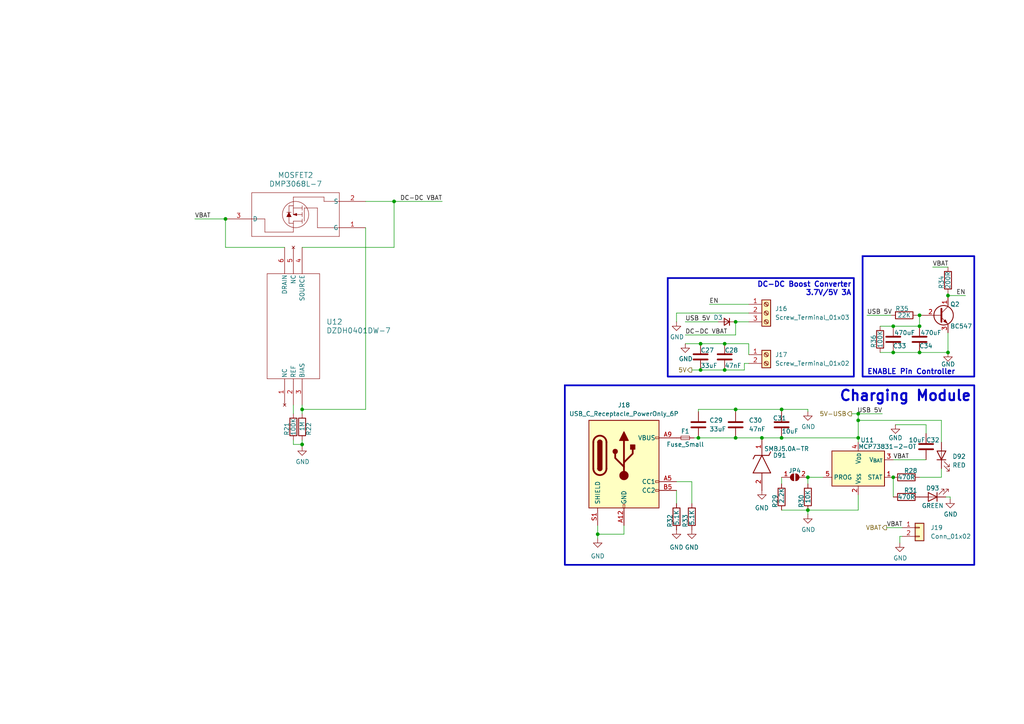
<source format=kicad_sch>
(kicad_sch
	(version 20231120)
	(generator "eeschema")
	(generator_version "8.0")
	(uuid "ddce3920-18f7-4b3c-87c3-2e34b18e51f8")
	(paper "A4")
	(title_block
		(title "BöbDeck - Power and charging")
		(date "2024-04-06")
		(rev "v01")
		(comment 1 "Drawn by: Albin Jaurén")
		(comment 2 "Author: KnubbHub Electronics")
		(comment 3 "creativecommons.org/licenses/by-sa/4.0")
		(comment 4 "License: CC BY 4.0")
	)
	(lib_symbols
		(symbol "Battery_Management:MCP73831-2-OT"
			(exclude_from_sim no)
			(in_bom yes)
			(on_board yes)
			(property "Reference" "U"
				(at -7.62 6.35 0)
				(effects
					(font
						(size 1.27 1.27)
					)
					(justify left)
				)
			)
			(property "Value" "MCP73831-2-OT"
				(at 1.27 6.35 0)
				(effects
					(font
						(size 1.27 1.27)
					)
					(justify left)
				)
			)
			(property "Footprint" "Package_TO_SOT_SMD:SOT-23-5"
				(at 1.27 -6.35 0)
				(effects
					(font
						(size 1.27 1.27)
						(italic yes)
					)
					(justify left)
					(hide yes)
				)
			)
			(property "Datasheet" "http://ww1.microchip.com/downloads/en/DeviceDoc/20001984g.pdf"
				(at 0 -18.288 0)
				(effects
					(font
						(size 1.27 1.27)
					)
					(hide yes)
				)
			)
			(property "Description" "Single cell, Li-Ion/Li-Po charge management controller, 4.20V, Tri-State Status Output, in SOT23-5 package"
				(at 0 0 0)
				(effects
					(font
						(size 1.27 1.27)
					)
					(hide yes)
				)
			)
			(property "ki_keywords" "battery charger lithium"
				(at 0 0 0)
				(effects
					(font
						(size 1.27 1.27)
					)
					(hide yes)
				)
			)
			(property "ki_fp_filters" "SOT?23*"
				(at 0 0 0)
				(effects
					(font
						(size 1.27 1.27)
					)
					(hide yes)
				)
			)
			(symbol "MCP73831-2-OT_0_1"
				(rectangle
					(start -7.62 5.08)
					(end 7.62 -5.08)
					(stroke
						(width 0.254)
						(type default)
					)
					(fill
						(type background)
					)
				)
			)
			(symbol "MCP73831-2-OT_1_1"
				(pin tri_state line
					(at 10.16 -2.54 180)
					(length 2.54)
					(name "STAT"
						(effects
							(font
								(size 1.27 1.27)
							)
						)
					)
					(number "1"
						(effects
							(font
								(size 1.27 1.27)
							)
						)
					)
				)
				(pin power_in line
					(at 0 -7.62 90)
					(length 2.54)
					(name "V_{SS}"
						(effects
							(font
								(size 1.27 1.27)
							)
						)
					)
					(number "2"
						(effects
							(font
								(size 1.27 1.27)
							)
						)
					)
				)
				(pin power_out line
					(at 10.16 2.54 180)
					(length 2.54)
					(name "V_{BAT}"
						(effects
							(font
								(size 1.27 1.27)
							)
						)
					)
					(number "3"
						(effects
							(font
								(size 1.27 1.27)
							)
						)
					)
				)
				(pin power_in line
					(at 0 7.62 270)
					(length 2.54)
					(name "V_{DD}"
						(effects
							(font
								(size 1.27 1.27)
							)
						)
					)
					(number "4"
						(effects
							(font
								(size 1.27 1.27)
							)
						)
					)
				)
				(pin input line
					(at -10.16 -2.54 0)
					(length 2.54)
					(name "PROG"
						(effects
							(font
								(size 1.27 1.27)
							)
						)
					)
					(number "5"
						(effects
							(font
								(size 1.27 1.27)
							)
						)
					)
				)
			)
		)
		(symbol "Connector:Screw_Terminal_01x02"
			(pin_names
				(offset 1.016) hide)
			(exclude_from_sim no)
			(in_bom yes)
			(on_board yes)
			(property "Reference" "J"
				(at 0 2.54 0)
				(effects
					(font
						(size 1.27 1.27)
					)
				)
			)
			(property "Value" "Screw_Terminal_01x02"
				(at 0 -5.08 0)
				(effects
					(font
						(size 1.27 1.27)
					)
				)
			)
			(property "Footprint" ""
				(at 0 0 0)
				(effects
					(font
						(size 1.27 1.27)
					)
					(hide yes)
				)
			)
			(property "Datasheet" "~"
				(at 0 0 0)
				(effects
					(font
						(size 1.27 1.27)
					)
					(hide yes)
				)
			)
			(property "Description" "Generic screw terminal, single row, 01x02, script generated (kicad-library-utils/schlib/autogen/connector/)"
				(at 0 0 0)
				(effects
					(font
						(size 1.27 1.27)
					)
					(hide yes)
				)
			)
			(property "ki_keywords" "screw terminal"
				(at 0 0 0)
				(effects
					(font
						(size 1.27 1.27)
					)
					(hide yes)
				)
			)
			(property "ki_fp_filters" "TerminalBlock*:*"
				(at 0 0 0)
				(effects
					(font
						(size 1.27 1.27)
					)
					(hide yes)
				)
			)
			(symbol "Screw_Terminal_01x02_1_1"
				(rectangle
					(start -1.27 1.27)
					(end 1.27 -3.81)
					(stroke
						(width 0.254)
						(type default)
					)
					(fill
						(type background)
					)
				)
				(circle
					(center 0 -2.54)
					(radius 0.635)
					(stroke
						(width 0.1524)
						(type default)
					)
					(fill
						(type none)
					)
				)
				(polyline
					(pts
						(xy -0.5334 -2.2098) (xy 0.3302 -3.048)
					)
					(stroke
						(width 0.1524)
						(type default)
					)
					(fill
						(type none)
					)
				)
				(polyline
					(pts
						(xy -0.5334 0.3302) (xy 0.3302 -0.508)
					)
					(stroke
						(width 0.1524)
						(type default)
					)
					(fill
						(type none)
					)
				)
				(polyline
					(pts
						(xy -0.3556 -2.032) (xy 0.508 -2.8702)
					)
					(stroke
						(width 0.1524)
						(type default)
					)
					(fill
						(type none)
					)
				)
				(polyline
					(pts
						(xy -0.3556 0.508) (xy 0.508 -0.3302)
					)
					(stroke
						(width 0.1524)
						(type default)
					)
					(fill
						(type none)
					)
				)
				(circle
					(center 0 0)
					(radius 0.635)
					(stroke
						(width 0.1524)
						(type default)
					)
					(fill
						(type none)
					)
				)
				(pin passive line
					(at -5.08 0 0)
					(length 3.81)
					(name "Pin_1"
						(effects
							(font
								(size 1.27 1.27)
							)
						)
					)
					(number "1"
						(effects
							(font
								(size 1.27 1.27)
							)
						)
					)
				)
				(pin passive line
					(at -5.08 -2.54 0)
					(length 3.81)
					(name "Pin_2"
						(effects
							(font
								(size 1.27 1.27)
							)
						)
					)
					(number "2"
						(effects
							(font
								(size 1.27 1.27)
							)
						)
					)
				)
			)
		)
		(symbol "Connector:Screw_Terminal_01x03"
			(pin_names
				(offset 1.016) hide)
			(exclude_from_sim no)
			(in_bom yes)
			(on_board yes)
			(property "Reference" "J"
				(at 0 5.08 0)
				(effects
					(font
						(size 1.27 1.27)
					)
				)
			)
			(property "Value" "Screw_Terminal_01x03"
				(at 0 -5.08 0)
				(effects
					(font
						(size 1.27 1.27)
					)
				)
			)
			(property "Footprint" ""
				(at 0 0 0)
				(effects
					(font
						(size 1.27 1.27)
					)
					(hide yes)
				)
			)
			(property "Datasheet" "~"
				(at 0 0 0)
				(effects
					(font
						(size 1.27 1.27)
					)
					(hide yes)
				)
			)
			(property "Description" "Generic screw terminal, single row, 01x03, script generated (kicad-library-utils/schlib/autogen/connector/)"
				(at 0 0 0)
				(effects
					(font
						(size 1.27 1.27)
					)
					(hide yes)
				)
			)
			(property "ki_keywords" "screw terminal"
				(at 0 0 0)
				(effects
					(font
						(size 1.27 1.27)
					)
					(hide yes)
				)
			)
			(property "ki_fp_filters" "TerminalBlock*:*"
				(at 0 0 0)
				(effects
					(font
						(size 1.27 1.27)
					)
					(hide yes)
				)
			)
			(symbol "Screw_Terminal_01x03_1_1"
				(rectangle
					(start -1.27 3.81)
					(end 1.27 -3.81)
					(stroke
						(width 0.254)
						(type default)
					)
					(fill
						(type background)
					)
				)
				(circle
					(center 0 -2.54)
					(radius 0.635)
					(stroke
						(width 0.1524)
						(type default)
					)
					(fill
						(type none)
					)
				)
				(polyline
					(pts
						(xy -0.5334 -2.2098) (xy 0.3302 -3.048)
					)
					(stroke
						(width 0.1524)
						(type default)
					)
					(fill
						(type none)
					)
				)
				(polyline
					(pts
						(xy -0.5334 0.3302) (xy 0.3302 -0.508)
					)
					(stroke
						(width 0.1524)
						(type default)
					)
					(fill
						(type none)
					)
				)
				(polyline
					(pts
						(xy -0.5334 2.8702) (xy 0.3302 2.032)
					)
					(stroke
						(width 0.1524)
						(type default)
					)
					(fill
						(type none)
					)
				)
				(polyline
					(pts
						(xy -0.3556 -2.032) (xy 0.508 -2.8702)
					)
					(stroke
						(width 0.1524)
						(type default)
					)
					(fill
						(type none)
					)
				)
				(polyline
					(pts
						(xy -0.3556 0.508) (xy 0.508 -0.3302)
					)
					(stroke
						(width 0.1524)
						(type default)
					)
					(fill
						(type none)
					)
				)
				(polyline
					(pts
						(xy -0.3556 3.048) (xy 0.508 2.2098)
					)
					(stroke
						(width 0.1524)
						(type default)
					)
					(fill
						(type none)
					)
				)
				(circle
					(center 0 0)
					(radius 0.635)
					(stroke
						(width 0.1524)
						(type default)
					)
					(fill
						(type none)
					)
				)
				(circle
					(center 0 2.54)
					(radius 0.635)
					(stroke
						(width 0.1524)
						(type default)
					)
					(fill
						(type none)
					)
				)
				(pin passive line
					(at -5.08 2.54 0)
					(length 3.81)
					(name "Pin_1"
						(effects
							(font
								(size 1.27 1.27)
							)
						)
					)
					(number "1"
						(effects
							(font
								(size 1.27 1.27)
							)
						)
					)
				)
				(pin passive line
					(at -5.08 0 0)
					(length 3.81)
					(name "Pin_2"
						(effects
							(font
								(size 1.27 1.27)
							)
						)
					)
					(number "2"
						(effects
							(font
								(size 1.27 1.27)
							)
						)
					)
				)
				(pin passive line
					(at -5.08 -2.54 0)
					(length 3.81)
					(name "Pin_3"
						(effects
							(font
								(size 1.27 1.27)
							)
						)
					)
					(number "3"
						(effects
							(font
								(size 1.27 1.27)
							)
						)
					)
				)
			)
		)
		(symbol "Connector:USB_C_Receptacle_PowerOnly_6P"
			(pin_names
				(offset 1.016)
			)
			(exclude_from_sim no)
			(in_bom yes)
			(on_board yes)
			(property "Reference" "J"
				(at 0 16.51 0)
				(effects
					(font
						(size 1.27 1.27)
					)
					(justify bottom)
				)
			)
			(property "Value" "USB_C_Receptacle_PowerOnly_6P"
				(at 0 13.97 0)
				(effects
					(font
						(size 1.27 1.27)
					)
					(justify bottom)
				)
			)
			(property "Footprint" ""
				(at 3.81 2.54 0)
				(effects
					(font
						(size 1.27 1.27)
					)
					(hide yes)
				)
			)
			(property "Datasheet" "https://www.usb.org/sites/default/files/documents/usb_type-c.zip"
				(at 0 0 0)
				(effects
					(font
						(size 1.27 1.27)
					)
					(hide yes)
				)
			)
			(property "Description" "USB Power-Only 6P Type-C Receptacle connector"
				(at 0 0 0)
				(effects
					(font
						(size 1.27 1.27)
					)
					(hide yes)
				)
			)
			(property "ki_keywords" "usb universal serial bus type-C power-only charging-only 6P 6C"
				(at 0 0 0)
				(effects
					(font
						(size 1.27 1.27)
					)
					(hide yes)
				)
			)
			(property "ki_fp_filters" "USB*C*Receptacle*"
				(at 0 0 0)
				(effects
					(font
						(size 1.27 1.27)
					)
					(hide yes)
				)
			)
			(symbol "USB_C_Receptacle_PowerOnly_6P_0_0"
				(rectangle
					(start -0.254 -12.7)
					(end 0.254 -11.684)
					(stroke
						(width 0)
						(type default)
					)
					(fill
						(type none)
					)
				)
				(rectangle
					(start 10.16 -7.366)
					(end 9.144 -7.874)
					(stroke
						(width 0)
						(type default)
					)
					(fill
						(type none)
					)
				)
				(rectangle
					(start 10.16 -4.826)
					(end 9.144 -5.334)
					(stroke
						(width 0)
						(type default)
					)
					(fill
						(type none)
					)
				)
				(rectangle
					(start 10.16 7.874)
					(end 9.144 7.366)
					(stroke
						(width 0)
						(type default)
					)
					(fill
						(type none)
					)
				)
			)
			(symbol "USB_C_Receptacle_PowerOnly_6P_0_1"
				(rectangle
					(start -10.16 12.7)
					(end 10.16 -12.7)
					(stroke
						(width 0.254)
						(type default)
					)
					(fill
						(type background)
					)
				)
				(arc
					(start -8.89 -1.27)
					(mid -6.985 -3.1667)
					(end -5.08 -1.27)
					(stroke
						(width 0.508)
						(type default)
					)
					(fill
						(type none)
					)
				)
				(arc
					(start -7.62 -1.27)
					(mid -6.985 -1.9023)
					(end -6.35 -1.27)
					(stroke
						(width 0.254)
						(type default)
					)
					(fill
						(type none)
					)
				)
				(arc
					(start -7.62 -1.27)
					(mid -6.985 -1.9023)
					(end -6.35 -1.27)
					(stroke
						(width 0.254)
						(type default)
					)
					(fill
						(type outline)
					)
				)
				(rectangle
					(start -7.62 -1.27)
					(end -6.35 6.35)
					(stroke
						(width 0.254)
						(type default)
					)
					(fill
						(type outline)
					)
				)
				(arc
					(start -6.35 6.35)
					(mid -6.985 6.9823)
					(end -7.62 6.35)
					(stroke
						(width 0.254)
						(type default)
					)
					(fill
						(type none)
					)
				)
				(arc
					(start -6.35 6.35)
					(mid -6.985 6.9823)
					(end -7.62 6.35)
					(stroke
						(width 0.254)
						(type default)
					)
					(fill
						(type outline)
					)
				)
				(arc
					(start -5.08 6.35)
					(mid -6.985 8.2467)
					(end -8.89 6.35)
					(stroke
						(width 0.508)
						(type default)
					)
					(fill
						(type none)
					)
				)
				(circle
					(center -2.54 3.683)
					(radius 0.635)
					(stroke
						(width 0.254)
						(type default)
					)
					(fill
						(type outline)
					)
				)
				(circle
					(center 0 -3.302)
					(radius 1.27)
					(stroke
						(width 0)
						(type default)
					)
					(fill
						(type outline)
					)
				)
				(polyline
					(pts
						(xy -8.89 -1.27) (xy -8.89 6.35)
					)
					(stroke
						(width 0.508)
						(type default)
					)
					(fill
						(type none)
					)
				)
				(polyline
					(pts
						(xy -5.08 6.35) (xy -5.08 -1.27)
					)
					(stroke
						(width 0.508)
						(type default)
					)
					(fill
						(type none)
					)
				)
				(polyline
					(pts
						(xy 0 -3.302) (xy 0 6.858)
					)
					(stroke
						(width 0.508)
						(type default)
					)
					(fill
						(type none)
					)
				)
				(polyline
					(pts
						(xy 0 -0.762) (xy -2.54 1.778) (xy -2.54 3.048)
					)
					(stroke
						(width 0.508)
						(type default)
					)
					(fill
						(type none)
					)
				)
				(polyline
					(pts
						(xy 0 0.508) (xy 2.54 3.048) (xy 2.54 4.318)
					)
					(stroke
						(width 0.508)
						(type default)
					)
					(fill
						(type none)
					)
				)
				(polyline
					(pts
						(xy -1.27 6.858) (xy 0 9.398) (xy 1.27 6.858) (xy -1.27 6.858)
					)
					(stroke
						(width 0.254)
						(type default)
					)
					(fill
						(type outline)
					)
				)
				(rectangle
					(start 1.905 4.318)
					(end 3.175 5.588)
					(stroke
						(width 0.254)
						(type default)
					)
					(fill
						(type outline)
					)
				)
			)
			(symbol "USB_C_Receptacle_PowerOnly_6P_1_1"
				(pin passive line
					(at 0 -17.78 90)
					(length 5.08)
					(name "GND"
						(effects
							(font
								(size 1.27 1.27)
							)
						)
					)
					(number "A12"
						(effects
							(font
								(size 1.27 1.27)
							)
						)
					)
				)
				(pin bidirectional line
					(at 15.24 -5.08 180)
					(length 5.08)
					(name "CC1"
						(effects
							(font
								(size 1.27 1.27)
							)
						)
					)
					(number "A5"
						(effects
							(font
								(size 1.27 1.27)
							)
						)
					)
				)
				(pin passive line
					(at 15.24 7.62 180)
					(length 5.08)
					(name "VBUS"
						(effects
							(font
								(size 1.27 1.27)
							)
						)
					)
					(number "A9"
						(effects
							(font
								(size 1.27 1.27)
							)
						)
					)
				)
				(pin passive line
					(at 0 -17.78 90)
					(length 5.08) hide
					(name "GND"
						(effects
							(font
								(size 1.27 1.27)
							)
						)
					)
					(number "B12"
						(effects
							(font
								(size 1.27 1.27)
							)
						)
					)
				)
				(pin bidirectional line
					(at 15.24 -7.62 180)
					(length 5.08)
					(name "CC2"
						(effects
							(font
								(size 1.27 1.27)
							)
						)
					)
					(number "B5"
						(effects
							(font
								(size 1.27 1.27)
							)
						)
					)
				)
				(pin passive line
					(at 15.24 7.62 180)
					(length 5.08) hide
					(name "VBUS"
						(effects
							(font
								(size 1.27 1.27)
							)
						)
					)
					(number "B9"
						(effects
							(font
								(size 1.27 1.27)
							)
						)
					)
				)
				(pin passive line
					(at -7.62 -17.78 90)
					(length 5.08)
					(name "SHIELD"
						(effects
							(font
								(size 1.27 1.27)
							)
						)
					)
					(number "S1"
						(effects
							(font
								(size 1.27 1.27)
							)
						)
					)
				)
			)
		)
		(symbol "Connector_Generic:Conn_01x02"
			(pin_names
				(offset 1.016) hide)
			(exclude_from_sim no)
			(in_bom yes)
			(on_board yes)
			(property "Reference" "J"
				(at 0 2.54 0)
				(effects
					(font
						(size 1.27 1.27)
					)
				)
			)
			(property "Value" "Conn_01x02"
				(at 0 -5.08 0)
				(effects
					(font
						(size 1.27 1.27)
					)
				)
			)
			(property "Footprint" ""
				(at 0 0 0)
				(effects
					(font
						(size 1.27 1.27)
					)
					(hide yes)
				)
			)
			(property "Datasheet" "~"
				(at 0 0 0)
				(effects
					(font
						(size 1.27 1.27)
					)
					(hide yes)
				)
			)
			(property "Description" "Generic connector, single row, 01x02, script generated (kicad-library-utils/schlib/autogen/connector/)"
				(at 0 0 0)
				(effects
					(font
						(size 1.27 1.27)
					)
					(hide yes)
				)
			)
			(property "ki_keywords" "connector"
				(at 0 0 0)
				(effects
					(font
						(size 1.27 1.27)
					)
					(hide yes)
				)
			)
			(property "ki_fp_filters" "Connector*:*_1x??_*"
				(at 0 0 0)
				(effects
					(font
						(size 1.27 1.27)
					)
					(hide yes)
				)
			)
			(symbol "Conn_01x02_1_1"
				(rectangle
					(start -1.27 -2.413)
					(end 0 -2.667)
					(stroke
						(width 0.1524)
						(type default)
					)
					(fill
						(type none)
					)
				)
				(rectangle
					(start -1.27 0.127)
					(end 0 -0.127)
					(stroke
						(width 0.1524)
						(type default)
					)
					(fill
						(type none)
					)
				)
				(rectangle
					(start -1.27 1.27)
					(end 1.27 -3.81)
					(stroke
						(width 0.254)
						(type default)
					)
					(fill
						(type background)
					)
				)
				(pin passive line
					(at -5.08 0 0)
					(length 3.81)
					(name "Pin_1"
						(effects
							(font
								(size 1.27 1.27)
							)
						)
					)
					(number "1"
						(effects
							(font
								(size 1.27 1.27)
							)
						)
					)
				)
				(pin passive line
					(at -5.08 -2.54 0)
					(length 3.81)
					(name "Pin_2"
						(effects
							(font
								(size 1.27 1.27)
							)
						)
					)
					(number "2"
						(effects
							(font
								(size 1.27 1.27)
							)
						)
					)
				)
			)
		)
		(symbol "Device:C"
			(pin_numbers hide)
			(pin_names
				(offset 0.254)
			)
			(exclude_from_sim no)
			(in_bom yes)
			(on_board yes)
			(property "Reference" "C"
				(at 0.635 2.54 0)
				(effects
					(font
						(size 1.27 1.27)
					)
					(justify left)
				)
			)
			(property "Value" "C"
				(at 0.635 -2.54 0)
				(effects
					(font
						(size 1.27 1.27)
					)
					(justify left)
				)
			)
			(property "Footprint" ""
				(at 0.9652 -3.81 0)
				(effects
					(font
						(size 1.27 1.27)
					)
					(hide yes)
				)
			)
			(property "Datasheet" "~"
				(at 0 0 0)
				(effects
					(font
						(size 1.27 1.27)
					)
					(hide yes)
				)
			)
			(property "Description" "Unpolarized capacitor"
				(at 0 0 0)
				(effects
					(font
						(size 1.27 1.27)
					)
					(hide yes)
				)
			)
			(property "ki_keywords" "cap capacitor"
				(at 0 0 0)
				(effects
					(font
						(size 1.27 1.27)
					)
					(hide yes)
				)
			)
			(property "ki_fp_filters" "C_*"
				(at 0 0 0)
				(effects
					(font
						(size 1.27 1.27)
					)
					(hide yes)
				)
			)
			(symbol "C_0_1"
				(polyline
					(pts
						(xy -2.032 -0.762) (xy 2.032 -0.762)
					)
					(stroke
						(width 0.508)
						(type default)
					)
					(fill
						(type none)
					)
				)
				(polyline
					(pts
						(xy -2.032 0.762) (xy 2.032 0.762)
					)
					(stroke
						(width 0.508)
						(type default)
					)
					(fill
						(type none)
					)
				)
			)
			(symbol "C_1_1"
				(pin passive line
					(at 0 3.81 270)
					(length 2.794)
					(name "~"
						(effects
							(font
								(size 1.27 1.27)
							)
						)
					)
					(number "1"
						(effects
							(font
								(size 1.27 1.27)
							)
						)
					)
				)
				(pin passive line
					(at 0 -3.81 90)
					(length 2.794)
					(name "~"
						(effects
							(font
								(size 1.27 1.27)
							)
						)
					)
					(number "2"
						(effects
							(font
								(size 1.27 1.27)
							)
						)
					)
				)
			)
		)
		(symbol "Device:D_Small"
			(pin_numbers hide)
			(pin_names
				(offset 0.254) hide)
			(exclude_from_sim no)
			(in_bom yes)
			(on_board yes)
			(property "Reference" "D"
				(at -1.27 2.032 0)
				(effects
					(font
						(size 1.27 1.27)
					)
					(justify left)
				)
			)
			(property "Value" "D_Small"
				(at -3.81 -2.032 0)
				(effects
					(font
						(size 1.27 1.27)
					)
					(justify left)
				)
			)
			(property "Footprint" ""
				(at 0 0 90)
				(effects
					(font
						(size 1.27 1.27)
					)
					(hide yes)
				)
			)
			(property "Datasheet" "~"
				(at 0 0 90)
				(effects
					(font
						(size 1.27 1.27)
					)
					(hide yes)
				)
			)
			(property "Description" "Diode, small symbol"
				(at 0 0 0)
				(effects
					(font
						(size 1.27 1.27)
					)
					(hide yes)
				)
			)
			(property "Sim.Device" "D"
				(at 0 0 0)
				(effects
					(font
						(size 1.27 1.27)
					)
					(hide yes)
				)
			)
			(property "Sim.Pins" "1=K 2=A"
				(at 0 0 0)
				(effects
					(font
						(size 1.27 1.27)
					)
					(hide yes)
				)
			)
			(property "ki_keywords" "diode"
				(at 0 0 0)
				(effects
					(font
						(size 1.27 1.27)
					)
					(hide yes)
				)
			)
			(property "ki_fp_filters" "TO-???* *_Diode_* *SingleDiode* D_*"
				(at 0 0 0)
				(effects
					(font
						(size 1.27 1.27)
					)
					(hide yes)
				)
			)
			(symbol "D_Small_0_1"
				(polyline
					(pts
						(xy -0.762 -1.016) (xy -0.762 1.016)
					)
					(stroke
						(width 0.254)
						(type default)
					)
					(fill
						(type none)
					)
				)
				(polyline
					(pts
						(xy -0.762 0) (xy 0.762 0)
					)
					(stroke
						(width 0)
						(type default)
					)
					(fill
						(type none)
					)
				)
				(polyline
					(pts
						(xy 0.762 -1.016) (xy -0.762 0) (xy 0.762 1.016) (xy 0.762 -1.016)
					)
					(stroke
						(width 0.254)
						(type default)
					)
					(fill
						(type none)
					)
				)
			)
			(symbol "D_Small_1_1"
				(pin passive line
					(at -2.54 0 0)
					(length 1.778)
					(name "K"
						(effects
							(font
								(size 1.27 1.27)
							)
						)
					)
					(number "1"
						(effects
							(font
								(size 1.27 1.27)
							)
						)
					)
				)
				(pin passive line
					(at 2.54 0 180)
					(length 1.778)
					(name "A"
						(effects
							(font
								(size 1.27 1.27)
							)
						)
					)
					(number "2"
						(effects
							(font
								(size 1.27 1.27)
							)
						)
					)
				)
			)
		)
		(symbol "Device:Fuse_Small"
			(pin_numbers hide)
			(pin_names
				(offset 0.254) hide)
			(exclude_from_sim no)
			(in_bom yes)
			(on_board yes)
			(property "Reference" "F"
				(at 0 -1.524 0)
				(effects
					(font
						(size 1.27 1.27)
					)
				)
			)
			(property "Value" "Fuse_Small"
				(at 0 1.524 0)
				(effects
					(font
						(size 1.27 1.27)
					)
				)
			)
			(property "Footprint" ""
				(at 0 0 0)
				(effects
					(font
						(size 1.27 1.27)
					)
					(hide yes)
				)
			)
			(property "Datasheet" "~"
				(at 0 0 0)
				(effects
					(font
						(size 1.27 1.27)
					)
					(hide yes)
				)
			)
			(property "Description" "Fuse, small symbol"
				(at 0 0 0)
				(effects
					(font
						(size 1.27 1.27)
					)
					(hide yes)
				)
			)
			(property "ki_keywords" "fuse"
				(at 0 0 0)
				(effects
					(font
						(size 1.27 1.27)
					)
					(hide yes)
				)
			)
			(property "ki_fp_filters" "*Fuse*"
				(at 0 0 0)
				(effects
					(font
						(size 1.27 1.27)
					)
					(hide yes)
				)
			)
			(symbol "Fuse_Small_0_1"
				(rectangle
					(start -1.27 0.508)
					(end 1.27 -0.508)
					(stroke
						(width 0)
						(type default)
					)
					(fill
						(type none)
					)
				)
				(polyline
					(pts
						(xy -1.27 0) (xy 1.27 0)
					)
					(stroke
						(width 0)
						(type default)
					)
					(fill
						(type none)
					)
				)
			)
			(symbol "Fuse_Small_1_1"
				(pin passive line
					(at -2.54 0 0)
					(length 1.27)
					(name "~"
						(effects
							(font
								(size 1.27 1.27)
							)
						)
					)
					(number "1"
						(effects
							(font
								(size 1.27 1.27)
							)
						)
					)
				)
				(pin passive line
					(at 2.54 0 180)
					(length 1.27)
					(name "~"
						(effects
							(font
								(size 1.27 1.27)
							)
						)
					)
					(number "2"
						(effects
							(font
								(size 1.27 1.27)
							)
						)
					)
				)
			)
		)
		(symbol "Device:LED"
			(pin_numbers hide)
			(pin_names
				(offset 1.016) hide)
			(exclude_from_sim no)
			(in_bom yes)
			(on_board yes)
			(property "Reference" "D"
				(at 0 2.54 0)
				(effects
					(font
						(size 1.27 1.27)
					)
				)
			)
			(property "Value" "LED"
				(at 0 -2.54 0)
				(effects
					(font
						(size 1.27 1.27)
					)
				)
			)
			(property "Footprint" ""
				(at 0 0 0)
				(effects
					(font
						(size 1.27 1.27)
					)
					(hide yes)
				)
			)
			(property "Datasheet" "~"
				(at 0 0 0)
				(effects
					(font
						(size 1.27 1.27)
					)
					(hide yes)
				)
			)
			(property "Description" "Light emitting diode"
				(at 0 0 0)
				(effects
					(font
						(size 1.27 1.27)
					)
					(hide yes)
				)
			)
			(property "ki_keywords" "LED diode"
				(at 0 0 0)
				(effects
					(font
						(size 1.27 1.27)
					)
					(hide yes)
				)
			)
			(property "ki_fp_filters" "LED* LED_SMD:* LED_THT:*"
				(at 0 0 0)
				(effects
					(font
						(size 1.27 1.27)
					)
					(hide yes)
				)
			)
			(symbol "LED_0_1"
				(polyline
					(pts
						(xy -1.27 -1.27) (xy -1.27 1.27)
					)
					(stroke
						(width 0.254)
						(type default)
					)
					(fill
						(type none)
					)
				)
				(polyline
					(pts
						(xy -1.27 0) (xy 1.27 0)
					)
					(stroke
						(width 0)
						(type default)
					)
					(fill
						(type none)
					)
				)
				(polyline
					(pts
						(xy 1.27 -1.27) (xy 1.27 1.27) (xy -1.27 0) (xy 1.27 -1.27)
					)
					(stroke
						(width 0.254)
						(type default)
					)
					(fill
						(type none)
					)
				)
				(polyline
					(pts
						(xy -3.048 -0.762) (xy -4.572 -2.286) (xy -3.81 -2.286) (xy -4.572 -2.286) (xy -4.572 -1.524)
					)
					(stroke
						(width 0)
						(type default)
					)
					(fill
						(type none)
					)
				)
				(polyline
					(pts
						(xy -1.778 -0.762) (xy -3.302 -2.286) (xy -2.54 -2.286) (xy -3.302 -2.286) (xy -3.302 -1.524)
					)
					(stroke
						(width 0)
						(type default)
					)
					(fill
						(type none)
					)
				)
			)
			(symbol "LED_1_1"
				(pin passive line
					(at -3.81 0 0)
					(length 2.54)
					(name "K"
						(effects
							(font
								(size 1.27 1.27)
							)
						)
					)
					(number "1"
						(effects
							(font
								(size 1.27 1.27)
							)
						)
					)
				)
				(pin passive line
					(at 3.81 0 180)
					(length 2.54)
					(name "A"
						(effects
							(font
								(size 1.27 1.27)
							)
						)
					)
					(number "2"
						(effects
							(font
								(size 1.27 1.27)
							)
						)
					)
				)
			)
		)
		(symbol "Device:R"
			(pin_numbers hide)
			(pin_names
				(offset 0)
			)
			(exclude_from_sim no)
			(in_bom yes)
			(on_board yes)
			(property "Reference" "R"
				(at 2.032 0 90)
				(effects
					(font
						(size 1.27 1.27)
					)
				)
			)
			(property "Value" "R"
				(at 0 0 90)
				(effects
					(font
						(size 1.27 1.27)
					)
				)
			)
			(property "Footprint" ""
				(at -1.778 0 90)
				(effects
					(font
						(size 1.27 1.27)
					)
					(hide yes)
				)
			)
			(property "Datasheet" "~"
				(at 0 0 0)
				(effects
					(font
						(size 1.27 1.27)
					)
					(hide yes)
				)
			)
			(property "Description" "Resistor"
				(at 0 0 0)
				(effects
					(font
						(size 1.27 1.27)
					)
					(hide yes)
				)
			)
			(property "ki_keywords" "R res resistor"
				(at 0 0 0)
				(effects
					(font
						(size 1.27 1.27)
					)
					(hide yes)
				)
			)
			(property "ki_fp_filters" "R_*"
				(at 0 0 0)
				(effects
					(font
						(size 1.27 1.27)
					)
					(hide yes)
				)
			)
			(symbol "R_0_1"
				(rectangle
					(start -1.016 -2.54)
					(end 1.016 2.54)
					(stroke
						(width 0.254)
						(type default)
					)
					(fill
						(type none)
					)
				)
			)
			(symbol "R_1_1"
				(pin passive line
					(at 0 3.81 270)
					(length 1.27)
					(name "~"
						(effects
							(font
								(size 1.27 1.27)
							)
						)
					)
					(number "1"
						(effects
							(font
								(size 1.27 1.27)
							)
						)
					)
				)
				(pin passive line
					(at 0 -3.81 90)
					(length 1.27)
					(name "~"
						(effects
							(font
								(size 1.27 1.27)
							)
						)
					)
					(number "2"
						(effects
							(font
								(size 1.27 1.27)
							)
						)
					)
				)
			)
		)
		(symbol "Jumper:SolderJumper_2_Open"
			(pin_names
				(offset 0) hide)
			(exclude_from_sim no)
			(in_bom yes)
			(on_board yes)
			(property "Reference" "JP"
				(at 0 2.032 0)
				(effects
					(font
						(size 1.27 1.27)
					)
				)
			)
			(property "Value" "SolderJumper_2_Open"
				(at 0 -2.54 0)
				(effects
					(font
						(size 1.27 1.27)
					)
				)
			)
			(property "Footprint" ""
				(at 0 0 0)
				(effects
					(font
						(size 1.27 1.27)
					)
					(hide yes)
				)
			)
			(property "Datasheet" "~"
				(at 0 0 0)
				(effects
					(font
						(size 1.27 1.27)
					)
					(hide yes)
				)
			)
			(property "Description" "Solder Jumper, 2-pole, open"
				(at 0 0 0)
				(effects
					(font
						(size 1.27 1.27)
					)
					(hide yes)
				)
			)
			(property "ki_keywords" "solder jumper SPST"
				(at 0 0 0)
				(effects
					(font
						(size 1.27 1.27)
					)
					(hide yes)
				)
			)
			(property "ki_fp_filters" "SolderJumper*Open*"
				(at 0 0 0)
				(effects
					(font
						(size 1.27 1.27)
					)
					(hide yes)
				)
			)
			(symbol "SolderJumper_2_Open_0_1"
				(arc
					(start -0.254 1.016)
					(mid -1.2656 0)
					(end -0.254 -1.016)
					(stroke
						(width 0)
						(type default)
					)
					(fill
						(type none)
					)
				)
				(arc
					(start -0.254 1.016)
					(mid -1.2656 0)
					(end -0.254 -1.016)
					(stroke
						(width 0)
						(type default)
					)
					(fill
						(type outline)
					)
				)
				(polyline
					(pts
						(xy -0.254 1.016) (xy -0.254 -1.016)
					)
					(stroke
						(width 0)
						(type default)
					)
					(fill
						(type none)
					)
				)
				(polyline
					(pts
						(xy 0.254 1.016) (xy 0.254 -1.016)
					)
					(stroke
						(width 0)
						(type default)
					)
					(fill
						(type none)
					)
				)
				(arc
					(start 0.254 -1.016)
					(mid 1.2656 0)
					(end 0.254 1.016)
					(stroke
						(width 0)
						(type default)
					)
					(fill
						(type none)
					)
				)
				(arc
					(start 0.254 -1.016)
					(mid 1.2656 0)
					(end 0.254 1.016)
					(stroke
						(width 0)
						(type default)
					)
					(fill
						(type outline)
					)
				)
			)
			(symbol "SolderJumper_2_Open_1_1"
				(pin passive line
					(at -3.81 0 0)
					(length 2.54)
					(name "A"
						(effects
							(font
								(size 1.27 1.27)
							)
						)
					)
					(number "1"
						(effects
							(font
								(size 1.27 1.27)
							)
						)
					)
				)
				(pin passive line
					(at 3.81 0 180)
					(length 2.54)
					(name "B"
						(effects
							(font
								(size 1.27 1.27)
							)
						)
					)
					(number "2"
						(effects
							(font
								(size 1.27 1.27)
							)
						)
					)
				)
			)
		)
		(symbol "SMBJ5_0A-TR:SMBJ5.0A-TR"
			(pin_names hide)
			(exclude_from_sim no)
			(in_bom yes)
			(on_board yes)
			(property "Reference" "D"
				(at 10.16 8.89 0)
				(effects
					(font
						(size 1.27 1.27)
					)
					(justify left bottom)
				)
			)
			(property "Value" "SMBJ5.0A-TR"
				(at 10.16 6.35 0)
				(effects
					(font
						(size 1.27 1.27)
					)
					(justify left bottom)
				)
			)
			(property "Footprint" "SMBJ12A"
				(at 10.16 -93.65 0)
				(effects
					(font
						(size 1.27 1.27)
					)
					(justify left bottom)
					(hide yes)
				)
			)
			(property "Datasheet" "https://www.st.com/resource/en/datasheet/smbj12a.pdf"
				(at 10.16 -193.65 0)
				(effects
					(font
						(size 1.27 1.27)
					)
					(justify left bottom)
					(hide yes)
				)
			)
			(property "Description" "ESD Suppressors / TVS Diodes 600W 5.0V Unidirect"
				(at 0 0 0)
				(effects
					(font
						(size 1.27 1.27)
					)
					(hide yes)
				)
			)
			(property "Height" "2.45"
				(at 10.16 -393.65 0)
				(effects
					(font
						(size 1.27 1.27)
					)
					(justify left bottom)
					(hide yes)
				)
			)
			(property "Mouser Part Number" "511-SMBJ5.0A"
				(at 10.16 -493.65 0)
				(effects
					(font
						(size 1.27 1.27)
					)
					(justify left bottom)
					(hide yes)
				)
			)
			(property "Mouser Price/Stock" "https://www.mouser.co.uk/ProductDetail/STMicroelectronics/SMBJ5.0A-TR?qs=QR0jAJXDF2ih8aaSsBQmUg%3D%3D"
				(at 10.16 -593.65 0)
				(effects
					(font
						(size 1.27 1.27)
					)
					(justify left bottom)
					(hide yes)
				)
			)
			(property "Manufacturer_Name" "STMicroelectronics"
				(at 10.16 -693.65 0)
				(effects
					(font
						(size 1.27 1.27)
					)
					(justify left bottom)
					(hide yes)
				)
			)
			(property "Manufacturer_Part_Number" "SMBJ5.0A-TR"
				(at 10.16 -793.65 0)
				(effects
					(font
						(size 1.27 1.27)
					)
					(justify left bottom)
					(hide yes)
				)
			)
			(symbol "SMBJ5.0A-TR_1_1"
				(polyline
					(pts
						(xy 4.064 2.54) (xy 5.08 2.032)
					)
					(stroke
						(width 0.254)
						(type default)
					)
					(fill
						(type none)
					)
				)
				(polyline
					(pts
						(xy 5.08 -2.032) (xy 5.08 2.032)
					)
					(stroke
						(width 0.254)
						(type default)
					)
					(fill
						(type none)
					)
				)
				(polyline
					(pts
						(xy 5.08 -2.032) (xy 6.096 -2.54)
					)
					(stroke
						(width 0.254)
						(type default)
					)
					(fill
						(type none)
					)
				)
				(polyline
					(pts
						(xy 5.08 0) (xy 10.16 2.54)
					)
					(stroke
						(width 0.254)
						(type default)
					)
					(fill
						(type none)
					)
				)
				(polyline
					(pts
						(xy 10.16 -2.54) (xy 5.08 0)
					)
					(stroke
						(width 0.254)
						(type default)
					)
					(fill
						(type none)
					)
				)
				(polyline
					(pts
						(xy 10.16 -2.54) (xy 10.16 2.54)
					)
					(stroke
						(width 0.254)
						(type default)
					)
					(fill
						(type none)
					)
				)
				(pin passive line
					(at 0 0 0)
					(length 5.08)
					(name "K"
						(effects
							(font
								(size 1.27 1.27)
							)
						)
					)
					(number "1"
						(effects
							(font
								(size 1.27 1.27)
							)
						)
					)
				)
				(pin passive line
					(at 15.24 0 180)
					(length 5.08)
					(name "A"
						(effects
							(font
								(size 1.27 1.27)
							)
						)
					)
					(number "2"
						(effects
							(font
								(size 1.27 1.27)
							)
						)
					)
				)
			)
		)
		(symbol "SOIC6_DZDH0401DW-7_DIO:DZDH0401DW-7"
			(pin_names
				(offset 0.254)
			)
			(exclude_from_sim no)
			(in_bom yes)
			(on_board yes)
			(property "Reference" "U"
				(at 22.86 10.16 0)
				(effects
					(font
						(size 1.524 1.524)
					)
				)
			)
			(property "Value" "DZDH0401DW-7"
				(at 22.86 7.62 0)
				(effects
					(font
						(size 1.524 1.524)
					)
				)
			)
			(property "Footprint" "SOIC6_DZDH0401DW-7_DIO"
				(at 0 0 0)
				(effects
					(font
						(size 1.27 1.27)
						(italic yes)
					)
					(hide yes)
				)
			)
			(property "Datasheet" "DZDH0401DW-7"
				(at 0 0 0)
				(effects
					(font
						(size 1.27 1.27)
						(italic yes)
					)
					(hide yes)
				)
			)
			(property "Description" ""
				(at 0 0 0)
				(effects
					(font
						(size 1.27 1.27)
					)
					(hide yes)
				)
			)
			(property "ki_locked" ""
				(at 0 0 0)
				(effects
					(font
						(size 1.27 1.27)
					)
				)
			)
			(property "ki_keywords" "DZDH0401DW-7"
				(at 0 0 0)
				(effects
					(font
						(size 1.27 1.27)
					)
					(hide yes)
				)
			)
			(property "ki_fp_filters" "SOIC6_DZDH0401DW-7_DIO SOIC6_DZDH0401DW-7_DIO-M SOIC6_DZDH0401DW-7_DIO-L"
				(at 0 0 0)
				(effects
					(font
						(size 1.27 1.27)
					)
					(hide yes)
				)
			)
			(symbol "DZDH0401DW-7_0_1"
				(polyline
					(pts
						(xy 7.62 -10.16) (xy 38.1 -10.16)
					)
					(stroke
						(width 0.127)
						(type default)
					)
					(fill
						(type none)
					)
				)
				(polyline
					(pts
						(xy 7.62 5.08) (xy 7.62 -10.16)
					)
					(stroke
						(width 0.127)
						(type default)
					)
					(fill
						(type none)
					)
				)
				(polyline
					(pts
						(xy 38.1 -10.16) (xy 38.1 5.08)
					)
					(stroke
						(width 0.127)
						(type default)
					)
					(fill
						(type none)
					)
				)
				(polyline
					(pts
						(xy 38.1 5.08) (xy 7.62 5.08)
					)
					(stroke
						(width 0.127)
						(type default)
					)
					(fill
						(type none)
					)
				)
				(pin no_connect line
					(at 0 0 0)
					(length 7.62)
					(name "NC"
						(effects
							(font
								(size 1.27 1.27)
							)
						)
					)
					(number "1"
						(effects
							(font
								(size 1.27 1.27)
							)
						)
					)
				)
				(pin unspecified line
					(at 0 -2.54 0)
					(length 7.62)
					(name "REF"
						(effects
							(font
								(size 1.27 1.27)
							)
						)
					)
					(number "2"
						(effects
							(font
								(size 1.27 1.27)
							)
						)
					)
				)
				(pin unspecified line
					(at 0 -5.08 0)
					(length 7.62)
					(name "BIAS"
						(effects
							(font
								(size 1.27 1.27)
							)
						)
					)
					(number "3"
						(effects
							(font
								(size 1.27 1.27)
							)
						)
					)
				)
				(pin unspecified line
					(at 45.72 -5.08 180)
					(length 7.62)
					(name "SOURCE"
						(effects
							(font
								(size 1.27 1.27)
							)
						)
					)
					(number "4"
						(effects
							(font
								(size 1.27 1.27)
							)
						)
					)
				)
				(pin no_connect line
					(at 45.72 -2.54 180)
					(length 7.62)
					(name "NC"
						(effects
							(font
								(size 1.27 1.27)
							)
						)
					)
					(number "5"
						(effects
							(font
								(size 1.27 1.27)
							)
						)
					)
				)
				(pin unspecified line
					(at 45.72 0 180)
					(length 7.62)
					(name "DRAIN"
						(effects
							(font
								(size 1.27 1.27)
							)
						)
					)
					(number "6"
						(effects
							(font
								(size 1.27 1.27)
							)
						)
					)
				)
			)
		)
		(symbol "SOT-23_DMP3068L_DIO:DMP3068L-7"
			(pin_names
				(offset 0.254)
			)
			(exclude_from_sim no)
			(in_bom yes)
			(on_board yes)
			(property "Reference" "MOSFET"
				(at 20.32 7.62 0)
				(effects
					(font
						(size 1.524 1.524)
					)
				)
			)
			(property "Value" "DMP3068L-7"
				(at 20.32 5.08 0)
				(effects
					(font
						(size 1.524 1.524)
					)
				)
			)
			(property "Footprint" "SOT-23_DMP3068L_DIO"
				(at 0 0 0)
				(effects
					(font
						(size 1.27 1.27)
						(italic yes)
					)
					(hide yes)
				)
			)
			(property "Datasheet" "DMP3068L-7"
				(at 0 0 0)
				(effects
					(font
						(size 1.27 1.27)
						(italic yes)
					)
					(hide yes)
				)
			)
			(property "Description" ""
				(at 0 0 0)
				(effects
					(font
						(size 1.27 1.27)
					)
					(hide yes)
				)
			)
			(property "ki_locked" ""
				(at 0 0 0)
				(effects
					(font
						(size 1.27 1.27)
					)
				)
			)
			(property "ki_keywords" "DMP3068L-7"
				(at 0 0 0)
				(effects
					(font
						(size 1.27 1.27)
					)
					(hide yes)
				)
			)
			(property "ki_fp_filters" "SOT-23_DMP3068L_DIO SOT-23_DMP3068L_DIO-M SOT-23_DMP3068L_DIO-L"
				(at 0 0 0)
				(effects
					(font
						(size 1.27 1.27)
					)
					(hide yes)
				)
			)
			(symbol "DMP3068L-7_0_1"
				(polyline
					(pts
						(xy 7.62 -10.16) (xy 33.02 -10.16)
					)
					(stroke
						(width 0.127)
						(type default)
					)
					(fill
						(type none)
					)
				)
				(polyline
					(pts
						(xy 7.62 -7.62) (xy 12.065 -7.62)
					)
					(stroke
						(width 0.127)
						(type default)
					)
					(fill
						(type none)
					)
				)
				(polyline
					(pts
						(xy 7.62 0) (xy 13.97 0)
					)
					(stroke
						(width 0.127)
						(type default)
					)
					(fill
						(type none)
					)
				)
				(polyline
					(pts
						(xy 7.62 2.54) (xy 7.62 -10.16)
					)
					(stroke
						(width 0.127)
						(type default)
					)
					(fill
						(type none)
					)
				)
				(polyline
					(pts
						(xy 12.065 -8.89) (xy 20.955 -8.89)
					)
					(stroke
						(width 0.127)
						(type default)
					)
					(fill
						(type none)
					)
				)
				(polyline
					(pts
						(xy 12.065 -7.62) (xy 12.065 -8.89)
					)
					(stroke
						(width 0.127)
						(type default)
					)
					(fill
						(type none)
					)
				)
				(polyline
					(pts
						(xy 13.97 0) (xy 13.97 -5.715)
					)
					(stroke
						(width 0.127)
						(type default)
					)
					(fill
						(type none)
					)
				)
				(polyline
					(pts
						(xy 17.78 -5.715) (xy 13.97 -5.715)
					)
					(stroke
						(width 0.127)
						(type default)
					)
					(fill
						(type none)
					)
				)
				(polyline
					(pts
						(xy 17.78 -1.905) (xy 17.78 -5.715)
					)
					(stroke
						(width 0.127)
						(type default)
					)
					(fill
						(type none)
					)
				)
				(polyline
					(pts
						(xy 18.415 -5.715) (xy 20.955 -5.715)
					)
					(stroke
						(width 0.127)
						(type default)
					)
					(fill
						(type none)
					)
				)
				(polyline
					(pts
						(xy 18.415 -5.08) (xy 18.415 -6.35)
					)
					(stroke
						(width 0.127)
						(type default)
					)
					(fill
						(type none)
					)
				)
				(polyline
					(pts
						(xy 18.415 -4.445) (xy 18.415 -3.175)
					)
					(stroke
						(width 0.127)
						(type default)
					)
					(fill
						(type none)
					)
				)
				(polyline
					(pts
						(xy 18.415 -3.81) (xy 20.955 -3.81)
					)
					(stroke
						(width 0.127)
						(type default)
					)
					(fill
						(type none)
					)
				)
				(polyline
					(pts
						(xy 18.415 -2.54) (xy 18.415 -1.27)
					)
					(stroke
						(width 0.127)
						(type default)
					)
					(fill
						(type none)
					)
				)
				(polyline
					(pts
						(xy 18.415 -1.905) (xy 20.955 -1.905)
					)
					(stroke
						(width 0.127)
						(type default)
					)
					(fill
						(type none)
					)
				)
				(polyline
					(pts
						(xy 20.0025 -4.1275) (xy 20.955 -3.81)
					)
					(stroke
						(width 0.127)
						(type default)
					)
					(fill
						(type none)
					)
				)
				(polyline
					(pts
						(xy 20.0025 -3.4925) (xy 20.0025 -4.1275)
					)
					(stroke
						(width 0.127)
						(type default)
					)
					(fill
						(type none)
					)
				)
				(polyline
					(pts
						(xy 20.955 -3.81) (xy 20.0025 -3.4925)
					)
					(stroke
						(width 0.127)
						(type default)
					)
					(fill
						(type none)
					)
				)
				(polyline
					(pts
						(xy 20.955 -3.81) (xy 20.955 -8.89)
					)
					(stroke
						(width 0.127)
						(type default)
					)
					(fill
						(type none)
					)
				)
				(polyline
					(pts
						(xy 20.955 -1.905) (xy 20.955 1.27)
					)
					(stroke
						(width 0.127)
						(type default)
					)
					(fill
						(type none)
					)
				)
				(polyline
					(pts
						(xy 20.955 -1.27) (xy 22.225 -1.27)
					)
					(stroke
						(width 0.127)
						(type default)
					)
					(fill
						(type none)
					)
				)
				(polyline
					(pts
						(xy 21.59 -4.445) (xy 22.86 -4.445)
					)
					(stroke
						(width 0.127)
						(type default)
					)
					(fill
						(type none)
					)
				)
				(polyline
					(pts
						(xy 21.59 -3.175) (xy 22.86 -3.175)
					)
					(stroke
						(width 0.127)
						(type default)
					)
					(fill
						(type none)
					)
				)
				(polyline
					(pts
						(xy 22.225 -6.35) (xy 20.955 -6.35)
					)
					(stroke
						(width 0.127)
						(type default)
					)
					(fill
						(type none)
					)
				)
				(polyline
					(pts
						(xy 22.225 -4.445) (xy 21.59 -3.175)
					)
					(stroke
						(width 0.127)
						(type default)
					)
					(fill
						(type none)
					)
				)
				(polyline
					(pts
						(xy 22.225 -1.27) (xy 22.225 -6.35)
					)
					(stroke
						(width 0.127)
						(type default)
					)
					(fill
						(type none)
					)
				)
				(polyline
					(pts
						(xy 22.86 -3.175) (xy 22.225 -4.445)
					)
					(stroke
						(width 0.127)
						(type default)
					)
					(fill
						(type none)
					)
				)
				(polyline
					(pts
						(xy 29.21 -2.54) (xy 29.21 1.27)
					)
					(stroke
						(width 0.127)
						(type default)
					)
					(fill
						(type none)
					)
				)
				(polyline
					(pts
						(xy 29.21 1.27) (xy 20.955 1.27)
					)
					(stroke
						(width 0.127)
						(type default)
					)
					(fill
						(type none)
					)
				)
				(polyline
					(pts
						(xy 33.02 -10.16) (xy 33.02 2.54)
					)
					(stroke
						(width 0.127)
						(type default)
					)
					(fill
						(type none)
					)
				)
				(polyline
					(pts
						(xy 33.02 -2.54) (xy 29.21 -2.54)
					)
					(stroke
						(width 0.127)
						(type default)
					)
					(fill
						(type none)
					)
				)
				(polyline
					(pts
						(xy 33.02 2.54) (xy 7.62 2.54)
					)
					(stroke
						(width 0.127)
						(type default)
					)
					(fill
						(type none)
					)
				)
				(polyline
					(pts
						(xy 20.0025 -3.4925) (xy 20.0025 -4.1275) (xy 20.955 -3.81)
					)
					(stroke
						(width 0)
						(type default)
					)
					(fill
						(type outline)
					)
				)
				(polyline
					(pts
						(xy 21.59 -3.175) (xy 22.86 -3.175) (xy 22.225 -4.445)
					)
					(stroke
						(width 0)
						(type default)
					)
					(fill
						(type outline)
					)
				)
				(circle
					(center 20.32 -3.81)
					(radius 3.81)
					(stroke
						(width 0.127)
						(type default)
					)
					(fill
						(type none)
					)
				)
				(pin unspecified line
					(at 0 0 0)
					(length 7.62)
					(name "G"
						(effects
							(font
								(size 1.27 1.27)
							)
						)
					)
					(number "1"
						(effects
							(font
								(size 1.27 1.27)
							)
						)
					)
				)
				(pin unspecified line
					(at 0 -7.62 0)
					(length 7.62)
					(name "S"
						(effects
							(font
								(size 1.27 1.27)
							)
						)
					)
					(number "2"
						(effects
							(font
								(size 1.27 1.27)
							)
						)
					)
				)
				(pin unspecified line
					(at 40.64 -2.54 180)
					(length 7.62)
					(name "D"
						(effects
							(font
								(size 1.27 1.27)
							)
						)
					)
					(number "3"
						(effects
							(font
								(size 1.27 1.27)
							)
						)
					)
				)
			)
		)
		(symbol "Transistor_BJT:BC547"
			(pin_names
				(offset 0) hide)
			(exclude_from_sim no)
			(in_bom yes)
			(on_board yes)
			(property "Reference" "Q"
				(at 5.08 1.905 0)
				(effects
					(font
						(size 1.27 1.27)
					)
					(justify left)
				)
			)
			(property "Value" "BC547"
				(at 5.08 0 0)
				(effects
					(font
						(size 1.27 1.27)
					)
					(justify left)
				)
			)
			(property "Footprint" "Package_TO_SOT_THT:TO-92_Inline"
				(at 5.08 -1.905 0)
				(effects
					(font
						(size 1.27 1.27)
						(italic yes)
					)
					(justify left)
					(hide yes)
				)
			)
			(property "Datasheet" "https://www.onsemi.com/pub/Collateral/BC550-D.pdf"
				(at 0 0 0)
				(effects
					(font
						(size 1.27 1.27)
					)
					(justify left)
					(hide yes)
				)
			)
			(property "Description" "0.1A Ic, 45V Vce, Small Signal NPN Transistor, TO-92"
				(at 0 0 0)
				(effects
					(font
						(size 1.27 1.27)
					)
					(hide yes)
				)
			)
			(property "ki_keywords" "NPN Transistor"
				(at 0 0 0)
				(effects
					(font
						(size 1.27 1.27)
					)
					(hide yes)
				)
			)
			(property "ki_fp_filters" "TO?92*"
				(at 0 0 0)
				(effects
					(font
						(size 1.27 1.27)
					)
					(hide yes)
				)
			)
			(symbol "BC547_0_1"
				(polyline
					(pts
						(xy 0 0) (xy 0.635 0)
					)
					(stroke
						(width 0)
						(type default)
					)
					(fill
						(type none)
					)
				)
				(polyline
					(pts
						(xy 0.635 0.635) (xy 2.54 2.54)
					)
					(stroke
						(width 0)
						(type default)
					)
					(fill
						(type none)
					)
				)
				(polyline
					(pts
						(xy 0.635 -0.635) (xy 2.54 -2.54) (xy 2.54 -2.54)
					)
					(stroke
						(width 0)
						(type default)
					)
					(fill
						(type none)
					)
				)
				(polyline
					(pts
						(xy 0.635 1.905) (xy 0.635 -1.905) (xy 0.635 -1.905)
					)
					(stroke
						(width 0.508)
						(type default)
					)
					(fill
						(type none)
					)
				)
				(polyline
					(pts
						(xy 1.27 -1.778) (xy 1.778 -1.27) (xy 2.286 -2.286) (xy 1.27 -1.778) (xy 1.27 -1.778)
					)
					(stroke
						(width 0)
						(type default)
					)
					(fill
						(type outline)
					)
				)
				(circle
					(center 1.27 0)
					(radius 2.8194)
					(stroke
						(width 0.254)
						(type default)
					)
					(fill
						(type none)
					)
				)
			)
			(symbol "BC547_1_1"
				(pin passive line
					(at 2.54 5.08 270)
					(length 2.54)
					(name "C"
						(effects
							(font
								(size 1.27 1.27)
							)
						)
					)
					(number "1"
						(effects
							(font
								(size 1.27 1.27)
							)
						)
					)
				)
				(pin input line
					(at -5.08 0 0)
					(length 5.08)
					(name "B"
						(effects
							(font
								(size 1.27 1.27)
							)
						)
					)
					(number "2"
						(effects
							(font
								(size 1.27 1.27)
							)
						)
					)
				)
				(pin passive line
					(at 2.54 -5.08 90)
					(length 2.54)
					(name "E"
						(effects
							(font
								(size 1.27 1.27)
							)
						)
					)
					(number "3"
						(effects
							(font
								(size 1.27 1.27)
							)
						)
					)
				)
			)
		)
		(symbol "power:GND"
			(power)
			(pin_numbers hide)
			(pin_names
				(offset 0) hide)
			(exclude_from_sim no)
			(in_bom yes)
			(on_board yes)
			(property "Reference" "#PWR"
				(at 0 -6.35 0)
				(effects
					(font
						(size 1.27 1.27)
					)
					(hide yes)
				)
			)
			(property "Value" "GND"
				(at 0 -3.81 0)
				(effects
					(font
						(size 1.27 1.27)
					)
				)
			)
			(property "Footprint" ""
				(at 0 0 0)
				(effects
					(font
						(size 1.27 1.27)
					)
					(hide yes)
				)
			)
			(property "Datasheet" ""
				(at 0 0 0)
				(effects
					(font
						(size 1.27 1.27)
					)
					(hide yes)
				)
			)
			(property "Description" "Power symbol creates a global label with name \"GND\" , ground"
				(at 0 0 0)
				(effects
					(font
						(size 1.27 1.27)
					)
					(hide yes)
				)
			)
			(property "ki_keywords" "global power"
				(at 0 0 0)
				(effects
					(font
						(size 1.27 1.27)
					)
					(hide yes)
				)
			)
			(symbol "GND_0_1"
				(polyline
					(pts
						(xy 0 0) (xy 0 -1.27) (xy 1.27 -1.27) (xy 0 -2.54) (xy -1.27 -1.27) (xy 0 -1.27)
					)
					(stroke
						(width 0)
						(type default)
					)
					(fill
						(type none)
					)
				)
			)
			(symbol "GND_1_1"
				(pin power_in line
					(at 0 0 270)
					(length 0)
					(name "~"
						(effects
							(font
								(size 1.27 1.27)
							)
						)
					)
					(number "1"
						(effects
							(font
								(size 1.27 1.27)
							)
						)
					)
				)
			)
		)
	)
	(junction
		(at 248.92 127)
		(diameter 0)
		(color 0 0 0 0)
		(uuid "096e8366-e96d-4af3-b7e7-2c82f5337aad")
	)
	(junction
		(at 87.63 118.745)
		(diameter 0)
		(color 0 0 0 0)
		(uuid "1f494465-bad1-420d-b32f-81ceaf33fc3b")
	)
	(junction
		(at 65.405 63.5)
		(diameter 0)
		(color 0 0 0 0)
		(uuid "2146c2b1-21ed-4fdb-bf9d-463863ac54fb")
	)
	(junction
		(at 210.185 107.315)
		(diameter 0)
		(color 0 0 0 0)
		(uuid "2677cea4-c1a9-4ee6-bcda-243ac9dbaf58")
	)
	(junction
		(at 87.63 128.905)
		(diameter 0)
		(color 0 0 0 0)
		(uuid "329d01aa-aeca-4333-b862-bfb865e8292e")
	)
	(junction
		(at 210.185 99.695)
		(diameter 0)
		(color 0 0 0 0)
		(uuid "399c9e1a-0bba-40dc-8d72-32964ef8e0a1")
	)
	(junction
		(at 234.315 138.43)
		(diameter 0)
		(color 0 0 0 0)
		(uuid "46e497f0-4594-44a0-8737-3074524b19bb")
	)
	(junction
		(at 213.36 93.345)
		(diameter 0)
		(color 0 0 0 0)
		(uuid "4bd9f44f-05a2-4b1b-8311-4ae10fcddad4")
	)
	(junction
		(at 234.315 147.955)
		(diameter 0)
		(color 0 0 0 0)
		(uuid "57829721-7f96-43db-9572-8333c5c5401a")
	)
	(junction
		(at 259.08 138.43)
		(diameter 0)
		(color 0 0 0 0)
		(uuid "6b6dbf26-0728-4e49-8243-78ddd79404b9")
	)
	(junction
		(at 226.695 118.745)
		(diameter 0)
		(color 0 0 0 0)
		(uuid "6f453023-bd83-403d-9560-e99492885b4c")
	)
	(junction
		(at 213.36 127)
		(diameter 0)
		(color 0 0 0 0)
		(uuid "767efed0-b5d8-4e99-8d87-2074bb31b06e")
	)
	(junction
		(at 259.08 102.235)
		(diameter 0)
		(color 0 0 0 0)
		(uuid "76a5822b-5fa6-403e-afef-c6359857351b")
	)
	(junction
		(at 203.2 107.315)
		(diameter 0)
		(color 0 0 0 0)
		(uuid "7e7fad3f-8a5c-4b06-a3b9-78cc4fb3227d")
	)
	(junction
		(at 203.2 99.695)
		(diameter 0)
		(color 0 0 0 0)
		(uuid "83790e70-dae6-4292-bd52-879caf1ed5ac")
	)
	(junction
		(at 248.92 121.92)
		(diameter 0)
		(color 0 0 0 0)
		(uuid "845836cc-943a-4514-8189-703a03a9a379")
	)
	(junction
		(at 274.955 102.235)
		(diameter 0)
		(color 0 0 0 0)
		(uuid "87d34d5a-173a-4dcc-b75a-d73dd9ebacac")
	)
	(junction
		(at 248.92 120.015)
		(diameter 0)
		(color 0 0 0 0)
		(uuid "8b81939d-c4ec-43b4-9d94-e3bf3a1219aa")
	)
	(junction
		(at 266.7 94.615)
		(diameter 0)
		(color 0 0 0 0)
		(uuid "8cd0138c-6214-4551-984f-37e19192662c")
	)
	(junction
		(at 266.7 91.44)
		(diameter 0)
		(color 0 0 0 0)
		(uuid "965b79be-77a9-432a-9f3c-8872a24256a8")
	)
	(junction
		(at 114.3 58.42)
		(diameter 0)
		(color 0 0 0 0)
		(uuid "9784666a-2ae4-4107-ab34-29ad076d1449")
	)
	(junction
		(at 202.565 127)
		(diameter 0)
		(color 0 0 0 0)
		(uuid "9fca138e-21ae-4206-8eed-0f020e410b4b")
	)
	(junction
		(at 213.36 118.745)
		(diameter 0)
		(color 0 0 0 0)
		(uuid "c6d8c0d6-5d69-4629-aef3-05e26d55572b")
	)
	(junction
		(at 226.695 127)
		(diameter 0)
		(color 0 0 0 0)
		(uuid "d560f3fd-6adc-4f91-9b18-44867c454fb0")
	)
	(junction
		(at 173.355 154.94)
		(diameter 0)
		(color 0 0 0 0)
		(uuid "d8fbdcd6-7fb6-4081-ab9c-b0e020ccf601")
	)
	(junction
		(at 259.08 94.615)
		(diameter 0)
		(color 0 0 0 0)
		(uuid "dc08891e-2f7b-4513-b45d-b24ff14fe574")
	)
	(junction
		(at 266.7 102.235)
		(diameter 0)
		(color 0 0 0 0)
		(uuid "ec897032-b288-4645-84f0-5d8f5f1846c4")
	)
	(junction
		(at 274.955 85.725)
		(diameter 0)
		(color 0 0 0 0)
		(uuid "f119e843-1f7b-4820-b560-215971636bc1")
	)
	(junction
		(at 220.98 127)
		(diameter 0)
		(color 0 0 0 0)
		(uuid "fa3e7586-a4f1-4c29-ae51-6377f9132655")
	)
	(wire
		(pts
			(xy 259.08 102.235) (xy 266.7 102.235)
		)
		(stroke
			(width 0)
			(type default)
		)
		(uuid "038fe37c-8ce3-47e1-8d70-c43a96dcc4e7")
	)
	(wire
		(pts
			(xy 226.695 147.955) (xy 234.315 147.955)
		)
		(stroke
			(width 0)
			(type default)
		)
		(uuid "040eeb26-b5c4-42d6-a95e-1f041db9fdec")
	)
	(wire
		(pts
			(xy 198.755 97.155) (xy 213.36 97.155)
		)
		(stroke
			(width 0)
			(type default)
		)
		(uuid "048a4fe4-757c-4543-98bf-d18851a16c6f")
	)
	(wire
		(pts
			(xy 257.175 153.035) (xy 261.62 153.035)
		)
		(stroke
			(width 0)
			(type default)
		)
		(uuid "0522d6cc-6608-484f-87c6-d1b255a65dca")
	)
	(wire
		(pts
			(xy 255.27 94.615) (xy 259.08 94.615)
		)
		(stroke
			(width 0)
			(type default)
		)
		(uuid "08141db1-4a77-454d-ac71-8dee69c423bb")
	)
	(wire
		(pts
			(xy 234.315 138.43) (xy 234.315 140.335)
		)
		(stroke
			(width 0)
			(type default)
		)
		(uuid "0c385db9-2ee8-4c19-94d7-ae7e400b2e5a")
	)
	(wire
		(pts
			(xy 261.62 155.575) (xy 260.985 155.575)
		)
		(stroke
			(width 0)
			(type default)
		)
		(uuid "0e5458a7-4d71-478a-afa0-b7fd82c0eb08")
	)
	(wire
		(pts
			(xy 82.55 71.755) (xy 65.405 71.755)
		)
		(stroke
			(width 0)
			(type default)
		)
		(uuid "0ea1319e-b2e4-4641-be0a-597094a44c62")
	)
	(wire
		(pts
			(xy 114.3 71.755) (xy 114.3 58.42)
		)
		(stroke
			(width 0)
			(type default)
		)
		(uuid "1130d9bd-0c2f-4d96-babb-82acfe007a22")
	)
	(wire
		(pts
			(xy 87.63 117.475) (xy 87.63 118.745)
		)
		(stroke
			(width 0)
			(type default)
		)
		(uuid "14c072cb-c3c5-42da-8ddb-126981d1ef09")
	)
	(wire
		(pts
			(xy 213.36 93.345) (xy 217.17 93.345)
		)
		(stroke
			(width 0)
			(type default)
		)
		(uuid "150ee806-e7fd-4ea7-a480-a9e1f18d67fd")
	)
	(wire
		(pts
			(xy 213.36 127) (xy 220.98 127)
		)
		(stroke
			(width 0)
			(type default)
		)
		(uuid "1697bb1d-df10-4faa-a545-a2e609107a3b")
	)
	(wire
		(pts
			(xy 213.36 118.745) (xy 226.695 118.745)
		)
		(stroke
			(width 0)
			(type default)
		)
		(uuid "19bf9c91-33e9-43f3-9398-31da286d0789")
	)
	(wire
		(pts
			(xy 173.355 154.94) (xy 173.355 152.4)
		)
		(stroke
			(width 0)
			(type default)
		)
		(uuid "1aee4dc8-7cc6-4502-87b0-5694ecaf446e")
	)
	(wire
		(pts
			(xy 180.975 152.4) (xy 180.975 154.94)
		)
		(stroke
			(width 0)
			(type default)
		)
		(uuid "1d291393-4110-4c49-9d75-84594542cae6")
	)
	(wire
		(pts
			(xy 226.695 127) (xy 248.92 127)
		)
		(stroke
			(width 0)
			(type default)
		)
		(uuid "20703f93-4ac7-4384-a530-4c7fa59fb0c1")
	)
	(wire
		(pts
			(xy 270.51 77.47) (xy 274.955 77.47)
		)
		(stroke
			(width 0)
			(type default)
		)
		(uuid "251c544a-a55e-4a1b-9ba5-5f0cf5767663")
	)
	(wire
		(pts
			(xy 259.08 133.35) (xy 268.605 133.35)
		)
		(stroke
			(width 0)
			(type default)
		)
		(uuid "25e4b4b9-ba67-4010-8193-4c5b42faf57b")
	)
	(wire
		(pts
			(xy 274.32 144.145) (xy 275.59 144.145)
		)
		(stroke
			(width 0)
			(type default)
		)
		(uuid "25fd5c28-5802-4c2d-b188-666ffbaf9d97")
	)
	(wire
		(pts
			(xy 266.065 91.44) (xy 266.7 91.44)
		)
		(stroke
			(width 0)
			(type default)
		)
		(uuid "31e93752-053f-4dec-b6d6-5cf126e658e9")
	)
	(wire
		(pts
			(xy 259.08 94.615) (xy 266.7 94.615)
		)
		(stroke
			(width 0)
			(type default)
		)
		(uuid "3757c080-b1a8-4164-aa4c-9ff0598ae733")
	)
	(wire
		(pts
			(xy 200.66 107.315) (xy 203.2 107.315)
		)
		(stroke
			(width 0)
			(type default)
		)
		(uuid "391cd5d0-f37c-426c-9576-97e0db58c7af")
	)
	(wire
		(pts
			(xy 205.74 88.265) (xy 217.17 88.265)
		)
		(stroke
			(width 0)
			(type default)
		)
		(uuid "39ade4bf-63e5-4ff2-94e4-6361171ae7c8")
	)
	(wire
		(pts
			(xy 200.66 139.7) (xy 196.215 139.7)
		)
		(stroke
			(width 0)
			(type default)
		)
		(uuid "3e84c9c5-8170-4c2d-a7d1-22017d2627b6")
	)
	(wire
		(pts
			(xy 196.215 93.345) (xy 196.215 90.805)
		)
		(stroke
			(width 0)
			(type default)
		)
		(uuid "3f7fd90a-4e27-4779-99e2-9096b329d588")
	)
	(wire
		(pts
			(xy 226.695 138.43) (xy 226.695 140.335)
		)
		(stroke
			(width 0)
			(type default)
		)
		(uuid "4248a2b0-81e9-423c-b2a8-268e60ce252d")
	)
	(wire
		(pts
			(xy 87.63 129.54) (xy 87.63 128.905)
		)
		(stroke
			(width 0)
			(type default)
		)
		(uuid "472313b6-eb23-4c21-847c-2289f1b00f34")
	)
	(wire
		(pts
			(xy 85.09 120.015) (xy 85.09 117.475)
		)
		(stroke
			(width 0)
			(type default)
		)
		(uuid "47d8c0d0-9965-4757-9fb8-ed40622e2a17")
	)
	(wire
		(pts
			(xy 210.185 107.315) (xy 203.2 107.315)
		)
		(stroke
			(width 0)
			(type default)
		)
		(uuid "4dfceda1-09c7-4a3a-b0bf-23d9884a144a")
	)
	(wire
		(pts
			(xy 196.215 90.805) (xy 217.17 90.805)
		)
		(stroke
			(width 0)
			(type default)
		)
		(uuid "4e0ea2ad-726b-42ca-b9e6-20eb9556df24")
	)
	(wire
		(pts
			(xy 266.7 91.44) (xy 266.7 94.615)
		)
		(stroke
			(width 0)
			(type default)
		)
		(uuid "4ed6ff54-2a72-40a9-9a40-d545917cea60")
	)
	(wire
		(pts
			(xy 65.405 71.755) (xy 65.405 63.5)
		)
		(stroke
			(width 0)
			(type default)
		)
		(uuid "4f066ab1-0c9a-4e30-b456-1b113b6b3f54")
	)
	(wire
		(pts
			(xy 234.315 119.38) (xy 234.315 118.745)
		)
		(stroke
			(width 0)
			(type default)
		)
		(uuid "4f3827a1-9907-4770-9bd3-d42bcbbf55ef")
	)
	(wire
		(pts
			(xy 215.9 105.41) (xy 215.9 107.315)
		)
		(stroke
			(width 0)
			(type default)
		)
		(uuid "5011dd59-a9f9-4b2e-a9d2-55b52bb9273f")
	)
	(wire
		(pts
			(xy 198.755 99.695) (xy 203.2 99.695)
		)
		(stroke
			(width 0)
			(type default)
		)
		(uuid "5bdefccd-3fec-4f2a-8bb7-b9fade87e88b")
	)
	(wire
		(pts
			(xy 217.17 102.87) (xy 217.17 99.695)
		)
		(stroke
			(width 0)
			(type default)
		)
		(uuid "60cfe9b2-bc80-4130-ae1a-a405c4b9b10b")
	)
	(wire
		(pts
			(xy 202.565 127) (xy 213.36 127)
		)
		(stroke
			(width 0)
			(type default)
		)
		(uuid "70364787-380e-4159-ab0f-1fdfa8e8d670")
	)
	(wire
		(pts
			(xy 248.92 121.92) (xy 248.92 127)
		)
		(stroke
			(width 0)
			(type default)
		)
		(uuid "72357923-4820-474a-9133-8688c9a78dac")
	)
	(wire
		(pts
			(xy 215.9 107.315) (xy 210.185 107.315)
		)
		(stroke
			(width 0)
			(type default)
		)
		(uuid "740709c9-4283-49b6-9ee2-e20070d0bee5")
	)
	(wire
		(pts
			(xy 248.92 127) (xy 248.92 128.27)
		)
		(stroke
			(width 0)
			(type default)
		)
		(uuid "7674c1ba-9e83-426b-9d68-0cacb19f7d16")
	)
	(wire
		(pts
			(xy 87.63 71.755) (xy 114.3 71.755)
		)
		(stroke
			(width 0)
			(type default)
		)
		(uuid "7b444a8b-3279-47b4-95c2-c4bf8e5ac09d")
	)
	(wire
		(pts
			(xy 266.7 102.235) (xy 274.955 102.235)
		)
		(stroke
			(width 0)
			(type default)
		)
		(uuid "8900976a-1960-4423-b179-510412d36437")
	)
	(wire
		(pts
			(xy 198.755 93.345) (xy 208.28 93.345)
		)
		(stroke
			(width 0)
			(type default)
		)
		(uuid "897c2ed1-b308-4775-8b30-6c3d2588149c")
	)
	(wire
		(pts
			(xy 210.185 99.695) (xy 203.2 99.695)
		)
		(stroke
			(width 0)
			(type default)
		)
		(uuid "8b07c8be-1626-4f37-baaf-986cc7146986")
	)
	(wire
		(pts
			(xy 106.045 66.04) (xy 106.045 118.745)
		)
		(stroke
			(width 0)
			(type default)
		)
		(uuid "8fd8ff1f-440d-4e60-9362-37dba52de055")
	)
	(wire
		(pts
			(xy 274.955 85.725) (xy 280.035 85.725)
		)
		(stroke
			(width 0)
			(type default)
		)
		(uuid "a1f321be-f3c9-4ab7-8201-45d043bd7691")
	)
	(wire
		(pts
			(xy 268.605 123.19) (xy 268.605 125.73)
		)
		(stroke
			(width 0)
			(type default)
		)
		(uuid "a29a4723-ca03-4591-b290-25289b6e6d52")
	)
	(wire
		(pts
			(xy 238.76 138.43) (xy 234.315 138.43)
		)
		(stroke
			(width 0)
			(type default)
		)
		(uuid "a2d260cd-df9a-414c-a759-68209b281bbd")
	)
	(wire
		(pts
			(xy 273.05 121.92) (xy 248.92 121.92)
		)
		(stroke
			(width 0)
			(type default)
		)
		(uuid "a3f38694-cbab-4451-bb07-08cac7d8928b")
	)
	(wire
		(pts
			(xy 202.565 118.745) (xy 213.36 118.745)
		)
		(stroke
			(width 0)
			(type default)
		)
		(uuid "a6b887eb-9f8b-44db-bfc3-6fb004ed18c4")
	)
	(wire
		(pts
			(xy 213.36 118.745) (xy 213.36 119.38)
		)
		(stroke
			(width 0)
			(type default)
		)
		(uuid "ab2acfee-e520-43b5-8b65-28a958b1ecbc")
	)
	(wire
		(pts
			(xy 202.565 118.745) (xy 202.565 119.38)
		)
		(stroke
			(width 0)
			(type default)
		)
		(uuid "aed85c85-db84-44db-98ec-256a56e5056a")
	)
	(wire
		(pts
			(xy 87.63 128.905) (xy 87.63 127.635)
		)
		(stroke
			(width 0)
			(type default)
		)
		(uuid "b38ebd5c-8494-470a-8857-2f69ac2e4f43")
	)
	(wire
		(pts
			(xy 274.955 85.725) (xy 274.955 86.36)
		)
		(stroke
			(width 0)
			(type default)
		)
		(uuid "b3c68f63-30ed-4027-873a-c9110b63eb31")
	)
	(wire
		(pts
			(xy 248.92 143.51) (xy 248.92 147.955)
		)
		(stroke
			(width 0)
			(type default)
		)
		(uuid "b44e0471-3024-48d9-a6d2-9167567c87cc")
	)
	(wire
		(pts
			(xy 220.98 127) (xy 226.695 127)
		)
		(stroke
			(width 0)
			(type default)
		)
		(uuid "b77ee77b-9c76-4e4f-b83a-685a4aff9713")
	)
	(wire
		(pts
			(xy 266.7 91.44) (xy 267.335 91.44)
		)
		(stroke
			(width 0)
			(type default)
		)
		(uuid "b7d8031b-d1e5-4b7d-a281-95f3c8c96294")
	)
	(wire
		(pts
			(xy 274.955 85.09) (xy 274.955 85.725)
		)
		(stroke
			(width 0)
			(type default)
		)
		(uuid "baf13f3c-6374-4c72-b70c-62a43e00b8d0")
	)
	(wire
		(pts
			(xy 255.27 102.235) (xy 259.08 102.235)
		)
		(stroke
			(width 0)
			(type default)
		)
		(uuid "bbd3c5c2-f977-4314-8725-a105a834b823")
	)
	(wire
		(pts
			(xy 217.17 105.41) (xy 215.9 105.41)
		)
		(stroke
			(width 0)
			(type default)
		)
		(uuid "bce7e85f-c69d-4bed-a340-a7e9b93e9388")
	)
	(wire
		(pts
			(xy 260.985 155.575) (xy 260.985 157.48)
		)
		(stroke
			(width 0)
			(type default)
		)
		(uuid "bd5020e4-bab6-4753-810d-c0d2eb582041")
	)
	(wire
		(pts
			(xy 85.09 128.905) (xy 87.63 128.905)
		)
		(stroke
			(width 0)
			(type default)
		)
		(uuid "bd627457-9571-4e5c-b8a0-17433913e8f0")
	)
	(wire
		(pts
			(xy 248.92 120.015) (xy 255.905 120.015)
		)
		(stroke
			(width 0)
			(type default)
		)
		(uuid "becc2a06-622c-4497-9e62-414fa2d4502c")
	)
	(wire
		(pts
			(xy 247.015 120.015) (xy 248.92 120.015)
		)
		(stroke
			(width 0)
			(type default)
		)
		(uuid "bf0c8013-1269-4e47-abd8-021da7975683")
	)
	(wire
		(pts
			(xy 173.355 156.21) (xy 173.355 154.94)
		)
		(stroke
			(width 0)
			(type default)
		)
		(uuid "c087822b-450a-4876-bb9a-108ee3a1a651")
	)
	(wire
		(pts
			(xy 273.05 135.89) (xy 273.05 138.43)
		)
		(stroke
			(width 0)
			(type default)
		)
		(uuid "c10c8f34-6948-4511-956d-34be4fa5e3da")
	)
	(wire
		(pts
			(xy 248.92 147.955) (xy 234.315 147.955)
		)
		(stroke
			(width 0)
			(type default)
		)
		(uuid "c4e0ccc3-e045-4a62-a0c7-353c4442912d")
	)
	(wire
		(pts
			(xy 273.05 128.27) (xy 273.05 121.92)
		)
		(stroke
			(width 0)
			(type default)
		)
		(uuid "c5fcab8c-472a-4810-946d-2efe3e08c15e")
	)
	(wire
		(pts
			(xy 274.955 96.52) (xy 274.955 102.235)
		)
		(stroke
			(width 0)
			(type default)
		)
		(uuid "ca38d0b5-7187-4fb9-a767-ca30a6971a50")
	)
	(wire
		(pts
			(xy 196.215 142.24) (xy 196.215 146.05)
		)
		(stroke
			(width 0)
			(type default)
		)
		(uuid "cb00a38f-94aa-4d55-89bf-29d62e4c4924")
	)
	(wire
		(pts
			(xy 180.975 154.94) (xy 173.355 154.94)
		)
		(stroke
			(width 0)
			(type default)
		)
		(uuid "cc391f95-5a7f-46b6-b936-84f96820ee2a")
	)
	(wire
		(pts
			(xy 248.92 120.015) (xy 248.92 121.92)
		)
		(stroke
			(width 0)
			(type default)
		)
		(uuid "d0ca7284-1842-4a8e-bf3b-3fbb336b0423")
	)
	(wire
		(pts
			(xy 106.045 118.745) (xy 87.63 118.745)
		)
		(stroke
			(width 0)
			(type default)
		)
		(uuid "d323afc6-507d-44d8-aeb8-0f055ce79f31")
	)
	(wire
		(pts
			(xy 275.59 144.145) (xy 275.59 144.78)
		)
		(stroke
			(width 0)
			(type default)
		)
		(uuid "d345e74e-92ef-4d29-aca4-026fd03a95d7")
	)
	(wire
		(pts
			(xy 200.66 146.05) (xy 200.66 139.7)
		)
		(stroke
			(width 0)
			(type default)
		)
		(uuid "d48ae9ab-6338-44aa-b56c-2d453fa7eaff")
	)
	(wire
		(pts
			(xy 251.46 91.44) (xy 258.445 91.44)
		)
		(stroke
			(width 0)
			(type default)
		)
		(uuid "d71f54de-b19a-4871-b590-a9db3c451ca5")
	)
	(wire
		(pts
			(xy 234.315 149.225) (xy 234.315 147.955)
		)
		(stroke
			(width 0)
			(type default)
		)
		(uuid "d7e4c937-0e7d-4966-ab84-914d34d74bae")
	)
	(wire
		(pts
			(xy 213.36 97.155) (xy 213.36 93.345)
		)
		(stroke
			(width 0)
			(type default)
		)
		(uuid "d9cb580e-5d69-4cd2-92cd-6e2102eac219")
	)
	(wire
		(pts
			(xy 259.715 123.19) (xy 268.605 123.19)
		)
		(stroke
			(width 0)
			(type default)
		)
		(uuid "dc7d7f91-c00a-4960-8931-b2fe93dea6a7")
	)
	(wire
		(pts
			(xy 226.695 118.745) (xy 234.315 118.745)
		)
		(stroke
			(width 0)
			(type default)
		)
		(uuid "e1c2dcfb-1daf-4236-b3af-a822c3131d16")
	)
	(wire
		(pts
			(xy 114.3 58.42) (xy 128.27 58.42)
		)
		(stroke
			(width 0)
			(type default)
		)
		(uuid "e1d5f480-3386-40c7-ae5f-23ffacbecbbe")
	)
	(wire
		(pts
			(xy 85.09 128.905) (xy 85.09 127.635)
		)
		(stroke
			(width 0)
			(type default)
		)
		(uuid "e3a62517-2889-4b03-8e07-91cd29d614a3")
	)
	(wire
		(pts
			(xy 114.3 58.42) (xy 106.045 58.42)
		)
		(stroke
			(width 0)
			(type default)
		)
		(uuid "e4c3d33b-106d-40ef-aa4b-c2940fdb2354")
	)
	(wire
		(pts
			(xy 259.08 138.43) (xy 259.08 144.145)
		)
		(stroke
			(width 0)
			(type default)
		)
		(uuid "e65b34e7-b2c1-4a76-9b69-db2045c132f2")
	)
	(wire
		(pts
			(xy 226.695 118.745) (xy 226.695 119.38)
		)
		(stroke
			(width 0)
			(type default)
		)
		(uuid "e75666a7-cf3b-4870-9e42-64e97e760dd6")
	)
	(wire
		(pts
			(xy 273.05 138.43) (xy 266.7 138.43)
		)
		(stroke
			(width 0)
			(type default)
		)
		(uuid "edef9464-ce4d-416e-a814-3542c74277c5")
	)
	(wire
		(pts
			(xy 65.405 63.5) (xy 56.515 63.5)
		)
		(stroke
			(width 0)
			(type default)
		)
		(uuid "f1eb250b-8bb6-4367-aa18-f2672bac402a")
	)
	(wire
		(pts
			(xy 217.17 99.695) (xy 210.185 99.695)
		)
		(stroke
			(width 0)
			(type default)
		)
		(uuid "fa56e6a7-5efc-4d78-b3fd-55bd31b644c5")
	)
	(wire
		(pts
			(xy 87.63 118.745) (xy 87.63 120.015)
		)
		(stroke
			(width 0)
			(type default)
		)
		(uuid "fe4fd3b6-ec0f-4ed8-ab65-c29918851ed9")
	)
	(wire
		(pts
			(xy 201.295 127) (xy 202.565 127)
		)
		(stroke
			(width 0)
			(type default)
		)
		(uuid "ff0ae8f4-9667-49ce-908d-ca8e03d9bd2e")
	)
	(rectangle
		(start 193.675 80.645)
		(end 247.65 109.22)
		(stroke
			(width 0.5)
			(type default)
		)
		(fill
			(type none)
		)
		(uuid 368e942e-0c58-4275-97c9-f774ebc52e05)
	)
	(rectangle
		(start 163.83 111.76)
		(end 282.575 163.83)
		(stroke
			(width 0.5)
			(type default)
		)
		(fill
			(type none)
		)
		(uuid 7fec10e9-f25d-4ff9-8f06-3a49576d6eae)
	)
	(rectangle
		(start 250.19 74.295)
		(end 282.575 109.22)
		(stroke
			(width 0.5)
			(type default)
		)
		(fill
			(type none)
		)
		(uuid cbc72371-0573-4747-9b34-577d6800dc49)
	)
	(text "Charging Module"
		(exclude_from_sim no)
		(at 281.94 114.935 0)
		(effects
			(font
				(size 3 3)
				(thickness 0.6)
				(bold yes)
			)
			(justify right)
		)
		(uuid "653efda9-f324-409b-b892-f6f0755ec043")
	)
	(text "DC-DC Boost Converter\n3.7V/5V 3A"
		(exclude_from_sim no)
		(at 247.015 83.82 0)
		(effects
			(font
				(size 1.5 1.5)
				(thickness 0.3)
				(bold yes)
			)
			(justify right)
		)
		(uuid "7d009ca2-19cd-4d73-b940-5bcccc553a42")
	)
	(text "ENABLE Pin Controller"
		(exclude_from_sim no)
		(at 251.46 107.95 0)
		(effects
			(font
				(size 1.5 1.5)
				(thickness 0.3)
				(bold yes)
			)
			(justify left)
		)
		(uuid "c6e80329-7922-40d7-b281-50f8ee5a973d")
	)
	(label "VBAT"
		(at 257.175 153.035 0)
		(fields_autoplaced yes)
		(effects
			(font
				(size 1.27 1.27)
			)
			(justify left bottom)
		)
		(uuid "0338e8ad-d609-4532-a1d7-49a36becd6b9")
	)
	(label "VBAT"
		(at 270.51 77.47 0)
		(fields_autoplaced yes)
		(effects
			(font
				(size 1.27 1.27)
			)
			(justify left bottom)
		)
		(uuid "40122aff-475b-40a2-b400-7d4356685f74")
	)
	(label "VBAT"
		(at 56.515 63.5 0)
		(fields_autoplaced yes)
		(effects
			(font
				(size 1.27 1.27)
			)
			(justify left bottom)
		)
		(uuid "8286781e-f035-4304-9778-d841ff444a1f")
	)
	(label "DC-DC VBAT"
		(at 198.755 97.155 0)
		(fields_autoplaced yes)
		(effects
			(font
				(size 1.27 1.27)
			)
			(justify left bottom)
		)
		(uuid "9472c2b4-65d2-43a5-a986-567c447c3ece")
	)
	(label "EN"
		(at 205.74 88.265 0)
		(fields_autoplaced yes)
		(effects
			(font
				(size 1.27 1.27)
			)
			(justify left bottom)
		)
		(uuid "a6fe3726-60dc-4f4e-965d-ccfa3ee7fc43")
	)
	(label "USB 5V"
		(at 255.905 120.015 180)
		(fields_autoplaced yes)
		(effects
			(font
				(size 1.27 1.27)
			)
			(justify right bottom)
		)
		(uuid "ad9b43bf-9288-454b-af26-c337ca910f70")
	)
	(label "DC-DC VBAT"
		(at 128.27 58.42 180)
		(fields_autoplaced yes)
		(effects
			(font
				(size 1.27 1.27)
			)
			(justify right bottom)
		)
		(uuid "d434bf40-c4bf-40b5-af8f-d44c150e591a")
	)
	(label "VBAT"
		(at 259.08 133.35 0)
		(fields_autoplaced yes)
		(effects
			(font
				(size 1.27 1.27)
			)
			(justify left bottom)
		)
		(uuid "d7824bf6-f362-48b8-ad0c-6a1562a8b8a1")
	)
	(label "EN"
		(at 280.035 85.725 180)
		(fields_autoplaced yes)
		(effects
			(font
				(size 1.27 1.27)
			)
			(justify right bottom)
		)
		(uuid "db37ee18-3555-43bb-909b-c7399b2e8c7f")
	)
	(label "USB 5V"
		(at 251.46 91.44 0)
		(fields_autoplaced yes)
		(effects
			(font
				(size 1.27 1.27)
			)
			(justify left bottom)
		)
		(uuid "df281dd5-4f65-40a5-bf4b-51e6ed6f53ed")
	)
	(label "USB 5V"
		(at 198.755 93.345 0)
		(fields_autoplaced yes)
		(effects
			(font
				(size 1.27 1.27)
			)
			(justify left bottom)
		)
		(uuid "f3f3e334-aec4-49d6-bc88-095d303b5a73")
	)
	(hierarchical_label "5V-USB"
		(shape output)
		(at 247.015 120.015 180)
		(fields_autoplaced yes)
		(effects
			(font
				(size 1.27 1.27)
			)
			(justify right)
		)
		(uuid "670b0c86-2ba3-48ea-a090-0515cc56548c")
	)
	(hierarchical_label "5V"
		(shape output)
		(at 200.66 107.315 180)
		(fields_autoplaced yes)
		(effects
			(font
				(size 1.27 1.27)
			)
			(justify right)
		)
		(uuid "ce49a6b4-31c7-42d5-b2ee-b5f49bff1e38")
	)
	(hierarchical_label "VBAT"
		(shape output)
		(at 257.175 153.035 180)
		(fields_autoplaced yes)
		(effects
			(font
				(size 1.27 1.27)
			)
			(justify right)
		)
		(uuid "eb448305-051e-4a85-9f82-6042c953970c")
	)
	(symbol
		(lib_id "Device:C")
		(at 210.185 103.505 180)
		(unit 1)
		(exclude_from_sim no)
		(in_bom yes)
		(on_board yes)
		(dnp no)
		(uuid "028e39c6-8cba-4297-903b-aea1fd51e370")
		(property "Reference" "C28"
			(at 210.185 101.6 0)
			(effects
				(font
					(size 1.27 1.27)
				)
				(justify right)
			)
		)
		(property "Value" "47nF"
			(at 210.185 106.045 0)
			(effects
				(font
					(size 1.27 1.27)
				)
				(justify right)
			)
		)
		(property "Footprint" ""
			(at 209.2198 99.695 0)
			(effects
				(font
					(size 1.27 1.27)
				)
				(hide yes)
			)
		)
		(property "Datasheet" "~"
			(at 210.185 103.505 0)
			(effects
				(font
					(size 1.27 1.27)
				)
				(hide yes)
			)
		)
		(property "Description" "Unpolarized capacitor"
			(at 210.185 103.505 0)
			(effects
				(font
					(size 1.27 1.27)
				)
				(hide yes)
			)
		)
		(pin "1"
			(uuid "425d7104-993f-409d-8cdc-17a0b9243e05")
		)
		(pin "2"
			(uuid "31d05295-65fd-4d41-a678-f5bd393e8d3a")
		)
		(instances
			(project "rpi-cm4-carrier"
				(path "/e9c81d04-ff90-48a0-9bfd-bd90289a348e/768bae0f-9bc7-4d66-b9c4-0e0a9a8c7bd8/6ca3a924-35f6-4ead-a654-d7d1adfbbaae"
					(reference "C28")
					(unit 1)
				)
			)
		)
	)
	(symbol
		(lib_id "power:GND")
		(at 234.315 149.225 0)
		(unit 1)
		(exclude_from_sim no)
		(in_bom yes)
		(on_board yes)
		(dnp no)
		(uuid "03693f37-4f34-4e3f-bf9b-affda8c31eae")
		(property "Reference" "#PWR062"
			(at 234.315 155.575 0)
			(effects
				(font
					(size 1.27 1.27)
				)
				(hide yes)
			)
		)
		(property "Value" "GND"
			(at 234.442 153.6192 0)
			(effects
				(font
					(size 1.27 1.27)
				)
			)
		)
		(property "Footprint" ""
			(at 234.315 149.225 0)
			(effects
				(font
					(size 1.27 1.27)
				)
				(hide yes)
			)
		)
		(property "Datasheet" ""
			(at 234.315 149.225 0)
			(effects
				(font
					(size 1.27 1.27)
				)
				(hide yes)
			)
		)
		(property "Description" ""
			(at 234.315 149.225 0)
			(effects
				(font
					(size 1.27 1.27)
				)
				(hide yes)
			)
		)
		(pin "1"
			(uuid "872ba494-dc70-458d-b0a4-dc253c7c2011")
		)
		(instances
			(project "rpi-cm4-carrier"
				(path "/e9c81d04-ff90-48a0-9bfd-bd90289a348e/768bae0f-9bc7-4d66-b9c4-0e0a9a8c7bd8/6ca3a924-35f6-4ead-a654-d7d1adfbbaae"
					(reference "#PWR062")
					(unit 1)
				)
			)
		)
	)
	(symbol
		(lib_id "Device:R")
		(at 262.255 91.44 90)
		(unit 1)
		(exclude_from_sim no)
		(in_bom yes)
		(on_board yes)
		(dnp no)
		(uuid "0a7878e1-98e1-40eb-a7c3-e6beb25a768f")
		(property "Reference" "R35"
			(at 261.62 89.535 90)
			(effects
				(font
					(size 1.27 1.27)
				)
			)
		)
		(property "Value" "22K"
			(at 262.255 91.44 90)
			(effects
				(font
					(size 1.27 1.27)
				)
			)
		)
		(property "Footprint" ""
			(at 262.255 93.218 90)
			(effects
				(font
					(size 1.27 1.27)
				)
				(hide yes)
			)
		)
		(property "Datasheet" "~"
			(at 262.255 91.44 0)
			(effects
				(font
					(size 1.27 1.27)
				)
				(hide yes)
			)
		)
		(property "Description" "Resistor"
			(at 262.255 91.44 0)
			(effects
				(font
					(size 1.27 1.27)
				)
				(hide yes)
			)
		)
		(pin "2"
			(uuid "1216afc7-7f5b-4a59-b630-1cdd58e3756b")
		)
		(pin "1"
			(uuid "b23848c4-4473-4e78-9aa3-ad5a753390ec")
		)
		(instances
			(project "rpi-cm4-carrier"
				(path "/e9c81d04-ff90-48a0-9bfd-bd90289a348e/768bae0f-9bc7-4d66-b9c4-0e0a9a8c7bd8/6ca3a924-35f6-4ead-a654-d7d1adfbbaae"
					(reference "R35")
					(unit 1)
				)
			)
		)
	)
	(symbol
		(lib_id "Device:R")
		(at 200.66 149.86 0)
		(unit 1)
		(exclude_from_sim no)
		(in_bom yes)
		(on_board yes)
		(dnp no)
		(uuid "18c6fb97-a6e3-488c-bf52-f108580a33b2")
		(property "Reference" "R33"
			(at 198.755 153.035 90)
			(effects
				(font
					(size 1.27 1.27)
				)
				(justify left)
			)
		)
		(property "Value" "5.1K"
			(at 200.66 152.4 90)
			(effects
				(font
					(size 1.27 1.27)
				)
				(justify left)
			)
		)
		(property "Footprint" ""
			(at 198.882 149.86 90)
			(effects
				(font
					(size 1.27 1.27)
				)
				(hide yes)
			)
		)
		(property "Datasheet" "~"
			(at 200.66 149.86 0)
			(effects
				(font
					(size 1.27 1.27)
				)
				(hide yes)
			)
		)
		(property "Description" "Resistor"
			(at 200.66 149.86 0)
			(effects
				(font
					(size 1.27 1.27)
				)
				(hide yes)
			)
		)
		(pin "1"
			(uuid "d4a1946b-e69f-44c6-9aed-063012d16086")
		)
		(pin "2"
			(uuid "0e11a4e7-a99b-4fd4-b457-ca63b5219d50")
		)
		(instances
			(project "rpi-cm4-carrier"
				(path "/e9c81d04-ff90-48a0-9bfd-bd90289a348e/768bae0f-9bc7-4d66-b9c4-0e0a9a8c7bd8/6ca3a924-35f6-4ead-a654-d7d1adfbbaae"
					(reference "R33")
					(unit 1)
				)
			)
		)
	)
	(symbol
		(lib_id "power:GND")
		(at 259.715 123.19 0)
		(unit 1)
		(exclude_from_sim no)
		(in_bom yes)
		(on_board yes)
		(dnp no)
		(uuid "1bf8c4f3-8449-4bb3-a389-eb47f19844a8")
		(property "Reference" "#PWR059"
			(at 259.715 129.54 0)
			(effects
				(font
					(size 1.27 1.27)
				)
				(hide yes)
			)
		)
		(property "Value" "GND"
			(at 259.715 127 0)
			(effects
				(font
					(size 1.27 1.27)
				)
			)
		)
		(property "Footprint" ""
			(at 259.715 123.19 0)
			(effects
				(font
					(size 1.27 1.27)
				)
				(hide yes)
			)
		)
		(property "Datasheet" ""
			(at 259.715 123.19 0)
			(effects
				(font
					(size 1.27 1.27)
				)
				(hide yes)
			)
		)
		(property "Description" ""
			(at 259.715 123.19 0)
			(effects
				(font
					(size 1.27 1.27)
				)
				(hide yes)
			)
		)
		(pin "1"
			(uuid "722e9dc6-74ef-4e2b-962d-e3f6d57742ed")
		)
		(instances
			(project "rpi-cm4-carrier"
				(path "/e9c81d04-ff90-48a0-9bfd-bd90289a348e/768bae0f-9bc7-4d66-b9c4-0e0a9a8c7bd8/6ca3a924-35f6-4ead-a654-d7d1adfbbaae"
					(reference "#PWR059")
					(unit 1)
				)
			)
		)
	)
	(symbol
		(lib_id "Connector:USB_C_Receptacle_PowerOnly_6P")
		(at 180.975 134.62 0)
		(unit 1)
		(exclude_from_sim no)
		(in_bom yes)
		(on_board yes)
		(dnp no)
		(fields_autoplaced yes)
		(uuid "1c76f2a9-84c8-4096-b276-8951a6e337e2")
		(property "Reference" "J18"
			(at 180.975 117.475 0)
			(effects
				(font
					(size 1.27 1.27)
				)
			)
		)
		(property "Value" "USB_C_Receptacle_PowerOnly_6P"
			(at 180.975 120.015 0)
			(effects
				(font
					(size 1.27 1.27)
				)
			)
		)
		(property "Footprint" ""
			(at 184.785 132.08 0)
			(effects
				(font
					(size 1.27 1.27)
				)
				(hide yes)
			)
		)
		(property "Datasheet" "https://www.usb.org/sites/default/files/documents/usb_type-c.zip"
			(at 180.975 134.62 0)
			(effects
				(font
					(size 1.27 1.27)
				)
				(hide yes)
			)
		)
		(property "Description" "USB Power-Only 6P Type-C Receptacle connector"
			(at 180.975 134.62 0)
			(effects
				(font
					(size 1.27 1.27)
				)
				(hide yes)
			)
		)
		(pin "A12"
			(uuid "21b38316-25b0-4b28-8b0b-2f8496f89e78")
		)
		(pin "B5"
			(uuid "d022524c-f801-4d6f-b24e-0a8534d061d5")
		)
		(pin "A9"
			(uuid "540baaa8-a1b8-4f6b-b05b-c2e7a611b14e")
		)
		(pin "A5"
			(uuid "f11d9941-ac68-4397-bd32-92e78230b4c7")
		)
		(pin "B12"
			(uuid "f9323fc4-2f64-4457-a8e2-f5af773c7da3")
		)
		(pin "B9"
			(uuid "9102d6b4-6886-48da-ad05-59bf69d1852f")
		)
		(pin "S1"
			(uuid "b7799307-f4b4-4e6f-84ac-6d7cd8021de7")
		)
		(instances
			(project "rpi-cm4-carrier"
				(path "/e9c81d04-ff90-48a0-9bfd-bd90289a348e/768bae0f-9bc7-4d66-b9c4-0e0a9a8c7bd8/6ca3a924-35f6-4ead-a654-d7d1adfbbaae"
					(reference "J18")
					(unit 1)
				)
			)
		)
	)
	(symbol
		(lib_id "Device:C")
		(at 203.2 103.505 180)
		(unit 1)
		(exclude_from_sim no)
		(in_bom yes)
		(on_board yes)
		(dnp no)
		(uuid "235702b4-2ddb-45e4-8f0c-fcfac31615eb")
		(property "Reference" "C27"
			(at 203.2 101.6 0)
			(effects
				(font
					(size 1.27 1.27)
				)
				(justify right)
			)
		)
		(property "Value" "33uF"
			(at 203.2 106.045 0)
			(effects
				(font
					(size 1.27 1.27)
				)
				(justify right)
			)
		)
		(property "Footprint" ""
			(at 202.2348 99.695 0)
			(effects
				(font
					(size 1.27 1.27)
				)
				(hide yes)
			)
		)
		(property "Datasheet" "~"
			(at 203.2 103.505 0)
			(effects
				(font
					(size 1.27 1.27)
				)
				(hide yes)
			)
		)
		(property "Description" "Unpolarized capacitor"
			(at 203.2 103.505 0)
			(effects
				(font
					(size 1.27 1.27)
				)
				(hide yes)
			)
		)
		(pin "1"
			(uuid "c1d237d1-a19d-4d9d-8fc1-6b1f981da792")
		)
		(pin "2"
			(uuid "90ed72df-c260-4762-af21-9e7d6163a2e9")
		)
		(instances
			(project "rpi-cm4-carrier"
				(path "/e9c81d04-ff90-48a0-9bfd-bd90289a348e/768bae0f-9bc7-4d66-b9c4-0e0a9a8c7bd8/6ca3a924-35f6-4ead-a654-d7d1adfbbaae"
					(reference "C27")
					(unit 1)
				)
			)
		)
	)
	(symbol
		(lib_id "power:GND")
		(at 275.59 144.78 0)
		(unit 1)
		(exclude_from_sim no)
		(in_bom yes)
		(on_board yes)
		(dnp no)
		(uuid "265bbf98-1cea-410a-8c34-382a476fa291")
		(property "Reference" "#PWR061"
			(at 275.59 151.13 0)
			(effects
				(font
					(size 1.27 1.27)
				)
				(hide yes)
			)
		)
		(property "Value" "GND"
			(at 275.717 149.1742 0)
			(effects
				(font
					(size 1.27 1.27)
				)
			)
		)
		(property "Footprint" ""
			(at 275.59 144.78 0)
			(effects
				(font
					(size 1.27 1.27)
				)
				(hide yes)
			)
		)
		(property "Datasheet" ""
			(at 275.59 144.78 0)
			(effects
				(font
					(size 1.27 1.27)
				)
				(hide yes)
			)
		)
		(property "Description" ""
			(at 275.59 144.78 0)
			(effects
				(font
					(size 1.27 1.27)
				)
				(hide yes)
			)
		)
		(pin "1"
			(uuid "f567b649-11ba-4676-9194-d1cf819187ce")
		)
		(instances
			(project "rpi-cm4-carrier"
				(path "/e9c81d04-ff90-48a0-9bfd-bd90289a348e/768bae0f-9bc7-4d66-b9c4-0e0a9a8c7bd8/6ca3a924-35f6-4ead-a654-d7d1adfbbaae"
					(reference "#PWR061")
					(unit 1)
				)
			)
		)
	)
	(symbol
		(lib_id "Device:R")
		(at 234.315 144.145 0)
		(unit 1)
		(exclude_from_sim no)
		(in_bom yes)
		(on_board yes)
		(dnp no)
		(uuid "2787ce32-16c9-4f0e-92e4-cac232dad466")
		(property "Reference" "R30"
			(at 232.41 147.32 90)
			(effects
				(font
					(size 1.27 1.27)
				)
				(justify left)
			)
		)
		(property "Value" "10K"
			(at 234.315 146.05 90)
			(effects
				(font
					(size 1.27 1.27)
				)
				(justify left)
			)
		)
		(property "Footprint" ""
			(at 232.537 144.145 90)
			(effects
				(font
					(size 1.27 1.27)
				)
				(hide yes)
			)
		)
		(property "Datasheet" "~"
			(at 234.315 144.145 0)
			(effects
				(font
					(size 1.27 1.27)
				)
				(hide yes)
			)
		)
		(property "Description" "Resistor"
			(at 234.315 144.145 0)
			(effects
				(font
					(size 1.27 1.27)
				)
				(hide yes)
			)
		)
		(pin "1"
			(uuid "23a7930d-5668-46f8-beed-178a66e6473f")
		)
		(pin "2"
			(uuid "8a7fb0eb-01f2-4022-bb09-8591bd03497e")
		)
		(instances
			(project "rpi-cm4-carrier"
				(path "/e9c81d04-ff90-48a0-9bfd-bd90289a348e/768bae0f-9bc7-4d66-b9c4-0e0a9a8c7bd8/6ca3a924-35f6-4ead-a654-d7d1adfbbaae"
					(reference "R30")
					(unit 1)
				)
			)
		)
	)
	(symbol
		(lib_id "SOIC6_DZDH0401DW-7_DIO:DZDH0401DW-7")
		(at 82.55 117.475 90)
		(unit 1)
		(exclude_from_sim no)
		(in_bom yes)
		(on_board yes)
		(dnp no)
		(fields_autoplaced yes)
		(uuid "2cb3cc5f-8f63-4bf4-85d4-5b6c80877cc1")
		(property "Reference" "U12"
			(at 94.615 93.3449 90)
			(effects
				(font
					(size 1.524 1.524)
				)
				(justify right)
			)
		)
		(property "Value" "DZDH0401DW-7"
			(at 94.615 95.8849 90)
			(effects
				(font
					(size 1.524 1.524)
				)
				(justify right)
			)
		)
		(property "Footprint" "SOIC6_DZDH0401DW-7_DIO:SOIC6_DZDH0401DW-7_DIO-M"
			(at 82.55 117.475 0)
			(effects
				(font
					(size 1.27 1.27)
					(italic yes)
				)
				(hide yes)
			)
		)
		(property "Datasheet" "DZDH0401DW-7"
			(at 82.55 117.475 0)
			(effects
				(font
					(size 1.27 1.27)
					(italic yes)
				)
				(hide yes)
			)
		)
		(property "Description" ""
			(at 82.55 117.475 0)
			(effects
				(font
					(size 1.27 1.27)
				)
				(hide yes)
			)
		)
		(pin "6"
			(uuid "e9dd5f6c-5111-404c-a170-18df97a9e6ee")
		)
		(pin "5"
			(uuid "868b3ed1-3915-4bd3-b53a-7b5664b383ad")
		)
		(pin "4"
			(uuid "c731790a-59e6-4155-b2ab-d0282214a621")
		)
		(pin "3"
			(uuid "6214c5f3-15cb-45d1-9dcc-a3a7ff9d471d")
		)
		(pin "2"
			(uuid "8ac10380-b38a-486d-bc0f-6b53863ca2d2")
		)
		(pin "1"
			(uuid "3e360e26-8a30-47cf-b1df-61f23f7c851d")
		)
		(instances
			(project "rpi-cm4-carrier"
				(path "/e9c81d04-ff90-48a0-9bfd-bd90289a348e/768bae0f-9bc7-4d66-b9c4-0e0a9a8c7bd8/6ca3a924-35f6-4ead-a654-d7d1adfbbaae"
					(reference "U12")
					(unit 1)
				)
			)
		)
	)
	(symbol
		(lib_id "Device:C")
		(at 202.565 123.19 180)
		(unit 1)
		(exclude_from_sim no)
		(in_bom yes)
		(on_board yes)
		(dnp no)
		(fields_autoplaced yes)
		(uuid "2eb4c47b-21e5-4631-9f05-7de84e6905c9")
		(property "Reference" "C29"
			(at 205.74 121.9199 0)
			(effects
				(font
					(size 1.27 1.27)
				)
				(justify right)
			)
		)
		(property "Value" "33uF"
			(at 205.74 124.4599 0)
			(effects
				(font
					(size 1.27 1.27)
				)
				(justify right)
			)
		)
		(property "Footprint" ""
			(at 201.5998 119.38 0)
			(effects
				(font
					(size 1.27 1.27)
				)
				(hide yes)
			)
		)
		(property "Datasheet" "~"
			(at 202.565 123.19 0)
			(effects
				(font
					(size 1.27 1.27)
				)
				(hide yes)
			)
		)
		(property "Description" "Unpolarized capacitor"
			(at 202.565 123.19 0)
			(effects
				(font
					(size 1.27 1.27)
				)
				(hide yes)
			)
		)
		(pin "1"
			(uuid "eda4038a-4391-424d-b71b-b5f90c61b9f3")
		)
		(pin "2"
			(uuid "d2bf8420-8e54-4748-a369-89eae05608b9")
		)
		(instances
			(project "rpi-cm4-carrier"
				(path "/e9c81d04-ff90-48a0-9bfd-bd90289a348e/768bae0f-9bc7-4d66-b9c4-0e0a9a8c7bd8/6ca3a924-35f6-4ead-a654-d7d1adfbbaae"
					(reference "C29")
					(unit 1)
				)
			)
		)
	)
	(symbol
		(lib_id "power:GND")
		(at 220.98 142.24 0)
		(unit 1)
		(exclude_from_sim no)
		(in_bom yes)
		(on_board yes)
		(dnp no)
		(fields_autoplaced yes)
		(uuid "32b125c5-3836-413e-9940-7765724382a9")
		(property "Reference" "#PWR060"
			(at 220.98 148.59 0)
			(effects
				(font
					(size 1.27 1.27)
				)
				(hide yes)
			)
		)
		(property "Value" "GND"
			(at 220.98 147.32 0)
			(effects
				(font
					(size 1.27 1.27)
				)
			)
		)
		(property "Footprint" ""
			(at 220.98 142.24 0)
			(effects
				(font
					(size 1.27 1.27)
				)
				(hide yes)
			)
		)
		(property "Datasheet" ""
			(at 220.98 142.24 0)
			(effects
				(font
					(size 1.27 1.27)
				)
				(hide yes)
			)
		)
		(property "Description" "Power symbol creates a global label with name \"GND\" , ground"
			(at 220.98 142.24 0)
			(effects
				(font
					(size 1.27 1.27)
				)
				(hide yes)
			)
		)
		(pin "1"
			(uuid "98016682-a4a0-492a-a82d-009d1104d31b")
		)
		(instances
			(project "rpi-cm4-carrier"
				(path "/e9c81d04-ff90-48a0-9bfd-bd90289a348e/768bae0f-9bc7-4d66-b9c4-0e0a9a8c7bd8/6ca3a924-35f6-4ead-a654-d7d1adfbbaae"
					(reference "#PWR060")
					(unit 1)
				)
			)
		)
	)
	(symbol
		(lib_id "Device:R")
		(at 226.695 144.145 0)
		(unit 1)
		(exclude_from_sim no)
		(in_bom yes)
		(on_board yes)
		(dnp no)
		(uuid "3698ed5e-d0a9-4e49-b252-c7f943460b4f")
		(property "Reference" "R29"
			(at 224.79 147.32 90)
			(effects
				(font
					(size 1.27 1.27)
				)
				(justify left)
			)
		)
		(property "Value" "2.2K"
			(at 226.695 146.05 90)
			(effects
				(font
					(size 1.27 1.27)
				)
				(justify left)
			)
		)
		(property "Footprint" ""
			(at 224.917 144.145 90)
			(effects
				(font
					(size 1.27 1.27)
				)
				(hide yes)
			)
		)
		(property "Datasheet" "~"
			(at 226.695 144.145 0)
			(effects
				(font
					(size 1.27 1.27)
				)
				(hide yes)
			)
		)
		(property "Description" "Resistor"
			(at 226.695 144.145 0)
			(effects
				(font
					(size 1.27 1.27)
				)
				(hide yes)
			)
		)
		(pin "1"
			(uuid "05012b08-2be7-4ca1-95de-93e8696d4066")
		)
		(pin "2"
			(uuid "2a11d78f-9507-401b-8e66-9643c3b8686d")
		)
		(instances
			(project "rpi-cm4-carrier"
				(path "/e9c81d04-ff90-48a0-9bfd-bd90289a348e/768bae0f-9bc7-4d66-b9c4-0e0a9a8c7bd8/6ca3a924-35f6-4ead-a654-d7d1adfbbaae"
					(reference "R29")
					(unit 1)
				)
			)
		)
	)
	(symbol
		(lib_id "power:GND")
		(at 87.63 129.54 0)
		(unit 1)
		(exclude_from_sim no)
		(in_bom yes)
		(on_board yes)
		(dnp no)
		(uuid "3bca8d0b-5b3e-40ae-b303-5be3f2147cac")
		(property "Reference" "#PWR047"
			(at 87.63 135.89 0)
			(effects
				(font
					(size 1.27 1.27)
				)
				(hide yes)
			)
		)
		(property "Value" "GND"
			(at 87.757 133.9342 0)
			(effects
				(font
					(size 1.27 1.27)
				)
			)
		)
		(property "Footprint" ""
			(at 87.63 129.54 0)
			(effects
				(font
					(size 1.27 1.27)
				)
				(hide yes)
			)
		)
		(property "Datasheet" ""
			(at 87.63 129.54 0)
			(effects
				(font
					(size 1.27 1.27)
				)
				(hide yes)
			)
		)
		(property "Description" ""
			(at 87.63 129.54 0)
			(effects
				(font
					(size 1.27 1.27)
				)
				(hide yes)
			)
		)
		(pin "1"
			(uuid "88a391af-b095-45ac-a602-73aa1cf1a006")
		)
		(instances
			(project "rpi-cm4-carrier"
				(path "/e9c81d04-ff90-48a0-9bfd-bd90289a348e/768bae0f-9bc7-4d66-b9c4-0e0a9a8c7bd8/6ca3a924-35f6-4ead-a654-d7d1adfbbaae"
					(reference "#PWR047")
					(unit 1)
				)
			)
		)
	)
	(symbol
		(lib_id "Device:R")
		(at 85.09 123.825 0)
		(unit 1)
		(exclude_from_sim no)
		(in_bom yes)
		(on_board yes)
		(dnp no)
		(uuid "43ba024d-2280-456a-a413-f29f00e1bf57")
		(property "Reference" "R21"
			(at 83.185 126.365 90)
			(effects
				(font
					(size 1.27 1.27)
				)
				(justify left)
			)
		)
		(property "Value" "100K"
			(at 85.09 126.365 90)
			(effects
				(font
					(size 1.27 1.27)
				)
				(justify left)
			)
		)
		(property "Footprint" ""
			(at 83.312 123.825 90)
			(effects
				(font
					(size 1.27 1.27)
				)
				(hide yes)
			)
		)
		(property "Datasheet" "~"
			(at 85.09 123.825 0)
			(effects
				(font
					(size 1.27 1.27)
				)
				(hide yes)
			)
		)
		(property "Description" "Resistor"
			(at 85.09 123.825 0)
			(effects
				(font
					(size 1.27 1.27)
				)
				(hide yes)
			)
		)
		(pin "1"
			(uuid "4881eec9-804a-4ae2-bc0d-3f9b7436ad6b")
		)
		(pin "2"
			(uuid "a4240891-085e-457f-b00a-c74f0d483042")
		)
		(instances
			(project "rpi-cm4-carrier"
				(path "/e9c81d04-ff90-48a0-9bfd-bd90289a348e/768bae0f-9bc7-4d66-b9c4-0e0a9a8c7bd8/6ca3a924-35f6-4ead-a654-d7d1adfbbaae"
					(reference "R21")
					(unit 1)
				)
			)
		)
	)
	(symbol
		(lib_id "Device:R")
		(at 274.955 81.28 0)
		(unit 1)
		(exclude_from_sim no)
		(in_bom yes)
		(on_board yes)
		(dnp no)
		(uuid "4ce75f87-fb60-412c-81bc-e53b65127e5b")
		(property "Reference" "R34"
			(at 273.05 83.82 90)
			(effects
				(font
					(size 1.27 1.27)
				)
				(justify left)
			)
		)
		(property "Value" "200R"
			(at 274.955 83.82 90)
			(effects
				(font
					(size 1.27 1.27)
				)
				(justify left)
			)
		)
		(property "Footprint" ""
			(at 273.177 81.28 90)
			(effects
				(font
					(size 1.27 1.27)
				)
				(hide yes)
			)
		)
		(property "Datasheet" "~"
			(at 274.955 81.28 0)
			(effects
				(font
					(size 1.27 1.27)
				)
				(hide yes)
			)
		)
		(property "Description" "Resistor"
			(at 274.955 81.28 0)
			(effects
				(font
					(size 1.27 1.27)
				)
				(hide yes)
			)
		)
		(pin "2"
			(uuid "a4d9b077-019a-437c-b3ff-48142fd6486c")
		)
		(pin "1"
			(uuid "b72ba737-bcbd-4564-a7fa-0e00a26d6df6")
		)
		(instances
			(project "rpi-cm4-carrier"
				(path "/e9c81d04-ff90-48a0-9bfd-bd90289a348e/768bae0f-9bc7-4d66-b9c4-0e0a9a8c7bd8/6ca3a924-35f6-4ead-a654-d7d1adfbbaae"
					(reference "R34")
					(unit 1)
				)
			)
		)
	)
	(symbol
		(lib_id "Battery_Management:MCP73831-2-OT")
		(at 248.92 135.89 0)
		(unit 1)
		(exclude_from_sim no)
		(in_bom yes)
		(on_board yes)
		(dnp no)
		(uuid "508df13d-4ebb-4650-8536-a643fb23eabb")
		(property "Reference" "U11"
			(at 249.555 127.635 0)
			(effects
				(font
					(size 1.27 1.27)
				)
				(justify left)
			)
		)
		(property "Value" "MCP73831-2-OT"
			(at 248.92 129.54 0)
			(effects
				(font
					(size 1.27 1.27)
				)
				(justify left)
			)
		)
		(property "Footprint" "Package_TO_SOT_SMD:SOT-23-5"
			(at 250.19 142.24 0)
			(effects
				(font
					(size 1.27 1.27)
					(italic yes)
				)
				(justify left)
				(hide yes)
			)
		)
		(property "Datasheet" "http://ww1.microchip.com/downloads/en/DeviceDoc/20001984g.pdf"
			(at 248.92 154.178 0)
			(effects
				(font
					(size 1.27 1.27)
				)
				(hide yes)
			)
		)
		(property "Description" "Single cell, Li-Ion/Li-Po charge management controller, 4.20V, Tri-State Status Output, in SOT23-5 package"
			(at 248.92 135.89 0)
			(effects
				(font
					(size 1.27 1.27)
				)
				(hide yes)
			)
		)
		(pin "1"
			(uuid "f6eb32c6-72e8-49c7-bcec-b570c518c3b0")
		)
		(pin "5"
			(uuid "be42275a-0be4-45a1-b31c-2ea84ff509ca")
		)
		(pin "2"
			(uuid "08537be2-1fbc-4c63-83bb-9a3efc061cd4")
		)
		(pin "4"
			(uuid "aebe3e02-37ac-4c09-8318-9e1cca666751")
		)
		(pin "3"
			(uuid "cc3e5164-706f-4034-bb04-e7b2631a2e23")
		)
		(instances
			(project "rpi-cm4-carrier"
				(path "/e9c81d04-ff90-48a0-9bfd-bd90289a348e/768bae0f-9bc7-4d66-b9c4-0e0a9a8c7bd8/6ca3a924-35f6-4ead-a654-d7d1adfbbaae"
					(reference "U11")
					(unit 1)
				)
			)
		)
	)
	(symbol
		(lib_id "SOT-23_DMP3068L_DIO:DMP3068L-7")
		(at 106.045 66.04 180)
		(unit 1)
		(exclude_from_sim no)
		(in_bom yes)
		(on_board yes)
		(dnp no)
		(fields_autoplaced yes)
		(uuid "5a7e3aed-4b20-44af-ac23-c863425eac7a")
		(property "Reference" "MOSFET2"
			(at 85.725 50.8 0)
			(effects
				(font
					(size 1.524 1.524)
				)
			)
		)
		(property "Value" "DMP3068L-7"
			(at 85.725 53.34 0)
			(effects
				(font
					(size 1.524 1.524)
				)
			)
		)
		(property "Footprint" "SOIC6_DZDH0401DW-7_DIO:SOIC6_DZDH0401DW-7_DIO-M"
			(at 106.045 66.04 0)
			(effects
				(font
					(size 1.27 1.27)
					(italic yes)
				)
				(hide yes)
			)
		)
		(property "Datasheet" "DMP3068L-7"
			(at 106.045 66.04 0)
			(effects
				(font
					(size 1.27 1.27)
					(italic yes)
				)
				(hide yes)
			)
		)
		(property "Description" ""
			(at 106.045 66.04 0)
			(effects
				(font
					(size 1.27 1.27)
				)
				(hide yes)
			)
		)
		(pin "2"
			(uuid "dfb63ed3-ee94-4854-bf91-247a0e9fa69e")
		)
		(pin "3"
			(uuid "9ba88016-da55-4250-9447-7ef15d0a0726")
		)
		(pin "1"
			(uuid "5e39d5e8-f53e-4c8e-89f6-38a315b6bbb3")
		)
		(instances
			(project "rpi-cm4-carrier"
				(path "/e9c81d04-ff90-48a0-9bfd-bd90289a348e/768bae0f-9bc7-4d66-b9c4-0e0a9a8c7bd8/6ca3a924-35f6-4ead-a654-d7d1adfbbaae"
					(reference "MOSFET2")
					(unit 1)
				)
			)
		)
	)
	(symbol
		(lib_id "Device:R")
		(at 196.215 149.86 0)
		(unit 1)
		(exclude_from_sim no)
		(in_bom yes)
		(on_board yes)
		(dnp no)
		(uuid "5bfb7517-020e-443f-84a9-4f0c070f441e")
		(property "Reference" "R32"
			(at 194.31 153.035 90)
			(effects
				(font
					(size 1.27 1.27)
				)
				(justify left)
			)
		)
		(property "Value" "5.1K"
			(at 196.215 152.4 90)
			(effects
				(font
					(size 1.27 1.27)
				)
				(justify left)
			)
		)
		(property "Footprint" ""
			(at 194.437 149.86 90)
			(effects
				(font
					(size 1.27 1.27)
				)
				(hide yes)
			)
		)
		(property "Datasheet" "~"
			(at 196.215 149.86 0)
			(effects
				(font
					(size 1.27 1.27)
				)
				(hide yes)
			)
		)
		(property "Description" "Resistor"
			(at 196.215 149.86 0)
			(effects
				(font
					(size 1.27 1.27)
				)
				(hide yes)
			)
		)
		(pin "1"
			(uuid "02bb80d4-b926-48c8-904c-cd5f384d1c4e")
		)
		(pin "2"
			(uuid "7d2b6bfa-0df9-45e2-8b52-0e2899e0770a")
		)
		(instances
			(project "rpi-cm4-carrier"
				(path "/e9c81d04-ff90-48a0-9bfd-bd90289a348e/768bae0f-9bc7-4d66-b9c4-0e0a9a8c7bd8/6ca3a924-35f6-4ead-a654-d7d1adfbbaae"
					(reference "R32")
					(unit 1)
				)
			)
		)
	)
	(symbol
		(lib_id "power:GND")
		(at 173.355 156.21 0)
		(unit 1)
		(exclude_from_sim no)
		(in_bom yes)
		(on_board yes)
		(dnp no)
		(fields_autoplaced yes)
		(uuid "62320da1-6dab-4cf2-b6e0-3b276944e23d")
		(property "Reference" "#PWR065"
			(at 173.355 162.56 0)
			(effects
				(font
					(size 1.27 1.27)
				)
				(hide yes)
			)
		)
		(property "Value" "GND"
			(at 173.355 161.29 0)
			(effects
				(font
					(size 1.27 1.27)
				)
			)
		)
		(property "Footprint" ""
			(at 173.355 156.21 0)
			(effects
				(font
					(size 1.27 1.27)
				)
				(hide yes)
			)
		)
		(property "Datasheet" ""
			(at 173.355 156.21 0)
			(effects
				(font
					(size 1.27 1.27)
				)
				(hide yes)
			)
		)
		(property "Description" "Power symbol creates a global label with name \"GND\" , ground"
			(at 173.355 156.21 0)
			(effects
				(font
					(size 1.27 1.27)
				)
				(hide yes)
			)
		)
		(pin "1"
			(uuid "f6389b48-47de-4c9d-8dcb-a9ca13215876")
		)
		(instances
			(project "rpi-cm4-carrier"
				(path "/e9c81d04-ff90-48a0-9bfd-bd90289a348e/768bae0f-9bc7-4d66-b9c4-0e0a9a8c7bd8/6ca3a924-35f6-4ead-a654-d7d1adfbbaae"
					(reference "#PWR065")
					(unit 1)
				)
			)
		)
	)
	(symbol
		(lib_id "Device:C")
		(at 226.695 123.19 180)
		(unit 1)
		(exclude_from_sim no)
		(in_bom yes)
		(on_board yes)
		(dnp no)
		(uuid "6b60b2b0-b3da-481c-81d6-2391dbf19096")
		(property "Reference" "C31"
			(at 224.155 121.285 0)
			(effects
				(font
					(size 1.27 1.27)
				)
				(justify right)
			)
		)
		(property "Value" "10uF"
			(at 226.695 125.095 0)
			(effects
				(font
					(size 1.27 1.27)
				)
				(justify right)
			)
		)
		(property "Footprint" ""
			(at 225.7298 119.38 0)
			(effects
				(font
					(size 1.27 1.27)
				)
				(hide yes)
			)
		)
		(property "Datasheet" "~"
			(at 226.695 123.19 0)
			(effects
				(font
					(size 1.27 1.27)
				)
				(hide yes)
			)
		)
		(property "Description" "Unpolarized capacitor"
			(at 226.695 123.19 0)
			(effects
				(font
					(size 1.27 1.27)
				)
				(hide yes)
			)
		)
		(pin "1"
			(uuid "44ccb281-64ef-4f3f-9f9c-656cf5e787c9")
		)
		(pin "2"
			(uuid "e384deb8-6aae-4afa-80bf-daab4835ed25")
		)
		(instances
			(project "rpi-cm4-carrier"
				(path "/e9c81d04-ff90-48a0-9bfd-bd90289a348e/768bae0f-9bc7-4d66-b9c4-0e0a9a8c7bd8/6ca3a924-35f6-4ead-a654-d7d1adfbbaae"
					(reference "C31")
					(unit 1)
				)
			)
		)
	)
	(symbol
		(lib_id "Connector_Generic:Conn_01x02")
		(at 266.7 153.035 0)
		(unit 1)
		(exclude_from_sim no)
		(in_bom yes)
		(on_board yes)
		(dnp no)
		(fields_autoplaced yes)
		(uuid "8fc64dae-ad15-4cc5-88c6-d4e1de6c01ab")
		(property "Reference" "J19"
			(at 269.875 153.0349 0)
			(effects
				(font
					(size 1.27 1.27)
				)
				(justify left)
			)
		)
		(property "Value" "Conn_01x02"
			(at 269.875 155.5749 0)
			(effects
				(font
					(size 1.27 1.27)
				)
				(justify left)
			)
		)
		(property "Footprint" "Connector_JST:JST_PH_B2B-PH-SM4-TB_1x02-1MP_P2.00mm_Vertical"
			(at 266.7 153.035 0)
			(effects
				(font
					(size 1.27 1.27)
				)
				(hide yes)
			)
		)
		(property "Datasheet" "~"
			(at 266.7 153.035 0)
			(effects
				(font
					(size 1.27 1.27)
				)
				(hide yes)
			)
		)
		(property "Description" "Generic connector, single row, 01x02, script generated (kicad-library-utils/schlib/autogen/connector/)"
			(at 266.7 153.035 0)
			(effects
				(font
					(size 1.27 1.27)
				)
				(hide yes)
			)
		)
		(pin "1"
			(uuid "f783d651-c4ae-4cc8-86cc-f4cc5c9fd9ea")
		)
		(pin "2"
			(uuid "5e962be4-4dd9-4236-817f-ec5fadc78aef")
		)
		(instances
			(project "rpi-cm4-carrier"
				(path "/e9c81d04-ff90-48a0-9bfd-bd90289a348e/768bae0f-9bc7-4d66-b9c4-0e0a9a8c7bd8/6ca3a924-35f6-4ead-a654-d7d1adfbbaae"
					(reference "J19")
					(unit 1)
				)
			)
		)
	)
	(symbol
		(lib_id "Device:R")
		(at 262.89 144.145 270)
		(unit 1)
		(exclude_from_sim no)
		(in_bom yes)
		(on_board yes)
		(dnp no)
		(uuid "909d94bf-147b-436a-a0f3-f0b6f80e7f7e")
		(property "Reference" "R31"
			(at 264.16 142.24 90)
			(effects
				(font
					(size 1.27 1.27)
				)
			)
		)
		(property "Value" "470R"
			(at 262.89 144.145 90)
			(effects
				(font
					(size 1.27 1.27)
				)
			)
		)
		(property "Footprint" ""
			(at 262.89 142.367 90)
			(effects
				(font
					(size 1.27 1.27)
				)
				(hide yes)
			)
		)
		(property "Datasheet" "~"
			(at 262.89 144.145 0)
			(effects
				(font
					(size 1.27 1.27)
				)
				(hide yes)
			)
		)
		(property "Description" "Resistor"
			(at 262.89 144.145 0)
			(effects
				(font
					(size 1.27 1.27)
				)
				(hide yes)
			)
		)
		(pin "1"
			(uuid "86b71b0f-b00a-4416-8015-94f612651287")
		)
		(pin "2"
			(uuid "f7b5351f-195a-48fa-b2ba-e70294b5c7a1")
		)
		(instances
			(project "rpi-cm4-carrier"
				(path "/e9c81d04-ff90-48a0-9bfd-bd90289a348e/768bae0f-9bc7-4d66-b9c4-0e0a9a8c7bd8/6ca3a924-35f6-4ead-a654-d7d1adfbbaae"
					(reference "R31")
					(unit 1)
				)
			)
		)
	)
	(symbol
		(lib_id "power:GND")
		(at 200.66 153.67 0)
		(unit 1)
		(exclude_from_sim no)
		(in_bom yes)
		(on_board yes)
		(dnp no)
		(fields_autoplaced yes)
		(uuid "948e5ef0-6569-4137-a71c-e77c33d4ecee")
		(property "Reference" "#PWR064"
			(at 200.66 160.02 0)
			(effects
				(font
					(size 1.27 1.27)
				)
				(hide yes)
			)
		)
		(property "Value" "GND"
			(at 200.66 158.75 0)
			(effects
				(font
					(size 1.27 1.27)
				)
			)
		)
		(property "Footprint" ""
			(at 200.66 153.67 0)
			(effects
				(font
					(size 1.27 1.27)
				)
				(hide yes)
			)
		)
		(property "Datasheet" ""
			(at 200.66 153.67 0)
			(effects
				(font
					(size 1.27 1.27)
				)
				(hide yes)
			)
		)
		(property "Description" "Power symbol creates a global label with name \"GND\" , ground"
			(at 200.66 153.67 0)
			(effects
				(font
					(size 1.27 1.27)
				)
				(hide yes)
			)
		)
		(pin "1"
			(uuid "4aeafd27-28fa-4bb2-945e-6e457c73de51")
		)
		(instances
			(project "rpi-cm4-carrier"
				(path "/e9c81d04-ff90-48a0-9bfd-bd90289a348e/768bae0f-9bc7-4d66-b9c4-0e0a9a8c7bd8/6ca3a924-35f6-4ead-a654-d7d1adfbbaae"
					(reference "#PWR064")
					(unit 1)
				)
			)
		)
	)
	(symbol
		(lib_id "power:GND")
		(at 196.215 93.345 0)
		(unit 1)
		(exclude_from_sim no)
		(in_bom yes)
		(on_board yes)
		(dnp no)
		(uuid "9f27f5fb-5557-400a-8acb-037f85aef54e")
		(property "Reference" "#PWR055"
			(at 196.215 99.695 0)
			(effects
				(font
					(size 1.27 1.27)
				)
				(hide yes)
			)
		)
		(property "Value" "GND"
			(at 196.342 97.7392 0)
			(effects
				(font
					(size 1.27 1.27)
				)
			)
		)
		(property "Footprint" ""
			(at 196.215 93.345 0)
			(effects
				(font
					(size 1.27 1.27)
				)
				(hide yes)
			)
		)
		(property "Datasheet" ""
			(at 196.215 93.345 0)
			(effects
				(font
					(size 1.27 1.27)
				)
				(hide yes)
			)
		)
		(property "Description" ""
			(at 196.215 93.345 0)
			(effects
				(font
					(size 1.27 1.27)
				)
				(hide yes)
			)
		)
		(pin "1"
			(uuid "619ff4cd-ef98-441d-a069-3d5389c8a049")
		)
		(instances
			(project "rpi-cm4-carrier"
				(path "/e9c81d04-ff90-48a0-9bfd-bd90289a348e/768bae0f-9bc7-4d66-b9c4-0e0a9a8c7bd8/6ca3a924-35f6-4ead-a654-d7d1adfbbaae"
					(reference "#PWR055")
					(unit 1)
				)
			)
		)
	)
	(symbol
		(lib_id "power:GND")
		(at 274.955 102.235 0)
		(unit 1)
		(exclude_from_sim no)
		(in_bom yes)
		(on_board yes)
		(dnp no)
		(uuid "a06c7569-d8e6-45c8-b7fe-d1d0581feac7")
		(property "Reference" "#PWR067"
			(at 274.955 108.585 0)
			(effects
				(font
					(size 1.27 1.27)
				)
				(hide yes)
			)
		)
		(property "Value" "GND"
			(at 274.9785 105.6417 0)
			(effects
				(font
					(size 1.27 1.27)
				)
			)
		)
		(property "Footprint" ""
			(at 274.955 102.235 0)
			(effects
				(font
					(size 1.27 1.27)
				)
				(hide yes)
			)
		)
		(property "Datasheet" ""
			(at 274.955 102.235 0)
			(effects
				(font
					(size 1.27 1.27)
				)
				(hide yes)
			)
		)
		(property "Description" "Power symbol creates a global label with name \"GND\" , ground"
			(at 274.955 102.235 0)
			(effects
				(font
					(size 1.27 1.27)
				)
				(hide yes)
			)
		)
		(pin "1"
			(uuid "732060dc-6774-4109-b39d-0b3896f64162")
		)
		(instances
			(project "rpi-cm4-carrier"
				(path "/e9c81d04-ff90-48a0-9bfd-bd90289a348e/768bae0f-9bc7-4d66-b9c4-0e0a9a8c7bd8/6ca3a924-35f6-4ead-a654-d7d1adfbbaae"
					(reference "#PWR067")
					(unit 1)
				)
			)
		)
	)
	(symbol
		(lib_id "Device:C")
		(at 268.605 129.54 0)
		(unit 1)
		(exclude_from_sim no)
		(in_bom yes)
		(on_board yes)
		(dnp no)
		(uuid "a71b892e-825d-4995-a57c-7741ae33b628")
		(property "Reference" "C32"
			(at 268.605 127.635 0)
			(effects
				(font
					(size 1.27 1.27)
				)
				(justify left)
			)
		)
		(property "Value" "10uF"
			(at 263.525 127.635 0)
			(effects
				(font
					(size 1.27 1.27)
				)
				(justify left)
			)
		)
		(property "Footprint" ""
			(at 269.5702 133.35 0)
			(effects
				(font
					(size 1.27 1.27)
				)
				(hide yes)
			)
		)
		(property "Datasheet" "~"
			(at 268.605 129.54 0)
			(effects
				(font
					(size 1.27 1.27)
				)
				(hide yes)
			)
		)
		(property "Description" "Unpolarized capacitor"
			(at 268.605 129.54 0)
			(effects
				(font
					(size 1.27 1.27)
				)
				(hide yes)
			)
		)
		(pin "1"
			(uuid "3bc849ff-3686-4efe-8be3-398a88f935ac")
		)
		(pin "2"
			(uuid "1cf200d2-e03e-4655-93df-299b91ef37d0")
		)
		(instances
			(project "rpi-cm4-carrier"
				(path "/e9c81d04-ff90-48a0-9bfd-bd90289a348e/768bae0f-9bc7-4d66-b9c4-0e0a9a8c7bd8/6ca3a924-35f6-4ead-a654-d7d1adfbbaae"
					(reference "C32")
					(unit 1)
				)
			)
		)
	)
	(symbol
		(lib_id "Connector:Screw_Terminal_01x02")
		(at 222.25 102.87 0)
		(unit 1)
		(exclude_from_sim no)
		(in_bom yes)
		(on_board yes)
		(dnp no)
		(fields_autoplaced yes)
		(uuid "ab7e0435-bab8-4cca-ab4a-eb9bd22caf17")
		(property "Reference" "J17"
			(at 224.79 102.8699 0)
			(effects
				(font
					(size 1.27 1.27)
				)
				(justify left)
			)
		)
		(property "Value" "Screw_Terminal_01x02"
			(at 224.79 105.4099 0)
			(effects
				(font
					(size 1.27 1.27)
				)
				(justify left)
			)
		)
		(property "Footprint" "TerminalBlock:TerminalBlock_bornier-2_P5.08mm"
			(at 222.25 102.87 0)
			(effects
				(font
					(size 1.27 1.27)
				)
				(hide yes)
			)
		)
		(property "Datasheet" "~"
			(at 222.25 102.87 0)
			(effects
				(font
					(size 1.27 1.27)
				)
				(hide yes)
			)
		)
		(property "Description" "Generic screw terminal, single row, 01x02, script generated (kicad-library-utils/schlib/autogen/connector/)"
			(at 222.25 102.87 0)
			(effects
				(font
					(size 1.27 1.27)
				)
				(hide yes)
			)
		)
		(pin "2"
			(uuid "08c32d8a-3dbc-44da-8f9a-dda664846912")
		)
		(pin "1"
			(uuid "009696be-7a7e-4e5a-9d21-def264f18e6b")
		)
		(instances
			(project "rpi-cm4-carrier"
				(path "/e9c81d04-ff90-48a0-9bfd-bd90289a348e/768bae0f-9bc7-4d66-b9c4-0e0a9a8c7bd8/6ca3a924-35f6-4ead-a654-d7d1adfbbaae"
					(reference "J17")
					(unit 1)
				)
			)
		)
	)
	(symbol
		(lib_id "power:GND")
		(at 196.215 153.67 0)
		(unit 1)
		(exclude_from_sim no)
		(in_bom yes)
		(on_board yes)
		(dnp no)
		(fields_autoplaced yes)
		(uuid "aeddbf0e-12ac-4775-bbe6-56a5f3187ca5")
		(property "Reference" "#PWR063"
			(at 196.215 160.02 0)
			(effects
				(font
					(size 1.27 1.27)
				)
				(hide yes)
			)
		)
		(property "Value" "GND"
			(at 196.215 158.75 0)
			(effects
				(font
					(size 1.27 1.27)
				)
			)
		)
		(property "Footprint" ""
			(at 196.215 153.67 0)
			(effects
				(font
					(size 1.27 1.27)
				)
				(hide yes)
			)
		)
		(property "Datasheet" ""
			(at 196.215 153.67 0)
			(effects
				(font
					(size 1.27 1.27)
				)
				(hide yes)
			)
		)
		(property "Description" "Power symbol creates a global label with name \"GND\" , ground"
			(at 196.215 153.67 0)
			(effects
				(font
					(size 1.27 1.27)
				)
				(hide yes)
			)
		)
		(pin "1"
			(uuid "f2ba3e11-0272-4d8e-a709-a2d348dbcf1c")
		)
		(instances
			(project "rpi-cm4-carrier"
				(path "/e9c81d04-ff90-48a0-9bfd-bd90289a348e/768bae0f-9bc7-4d66-b9c4-0e0a9a8c7bd8/6ca3a924-35f6-4ead-a654-d7d1adfbbaae"
					(reference "#PWR063")
					(unit 1)
				)
			)
		)
	)
	(symbol
		(lib_id "Jumper:SolderJumper_2_Open")
		(at 230.505 138.43 0)
		(unit 1)
		(exclude_from_sim no)
		(in_bom yes)
		(on_board yes)
		(dnp no)
		(uuid "b24c7ec1-0127-471e-b937-bd8b62dbb7c9")
		(property "Reference" "JP4"
			(at 230.505 136.525 0)
			(effects
				(font
					(size 1.27 1.27)
				)
			)
		)
		(property "Value" "SolderJumper_2_Open"
			(at 230.505 134.62 0)
			(effects
				(font
					(size 1.27 1.27)
				)
				(hide yes)
			)
		)
		(property "Footprint" ""
			(at 230.505 138.43 0)
			(effects
				(font
					(size 1.27 1.27)
				)
				(hide yes)
			)
		)
		(property "Datasheet" "~"
			(at 230.505 138.43 0)
			(effects
				(font
					(size 1.27 1.27)
				)
				(hide yes)
			)
		)
		(property "Description" "Solder Jumper, 2-pole, open"
			(at 230.505 138.43 0)
			(effects
				(font
					(size 1.27 1.27)
				)
				(hide yes)
			)
		)
		(pin "2"
			(uuid "fc656b4e-be77-425a-895f-ed6ab17c7144")
		)
		(pin "1"
			(uuid "5e5422b3-d616-46b7-afb8-dffeb1f39223")
		)
		(instances
			(project "rpi-cm4-carrier"
				(path "/e9c81d04-ff90-48a0-9bfd-bd90289a348e/768bae0f-9bc7-4d66-b9c4-0e0a9a8c7bd8/6ca3a924-35f6-4ead-a654-d7d1adfbbaae"
					(reference "JP4")
					(unit 1)
				)
			)
		)
	)
	(symbol
		(lib_id "Transistor_BJT:BC547")
		(at 272.415 91.44 0)
		(unit 1)
		(exclude_from_sim no)
		(in_bom yes)
		(on_board yes)
		(dnp no)
		(uuid "b38d248c-1b17-4399-b707-df9b3e3ae8ce")
		(property "Reference" "Q2"
			(at 275.59 88.265 0)
			(effects
				(font
					(size 1.27 1.27)
				)
				(justify left)
			)
		)
		(property "Value" "BC547"
			(at 275.59 94.615 0)
			(effects
				(font
					(size 1.27 1.27)
				)
				(justify left)
			)
		)
		(property "Footprint" "Package_TO_SOT_THT:TO-92_Inline"
			(at 277.495 93.345 0)
			(effects
				(font
					(size 1.27 1.27)
					(italic yes)
				)
				(justify left)
				(hide yes)
			)
		)
		(property "Datasheet" "https://www.onsemi.com/pub/Collateral/BC550-D.pdf"
			(at 272.415 91.44 0)
			(effects
				(font
					(size 1.27 1.27)
				)
				(justify left)
				(hide yes)
			)
		)
		(property "Description" "0.1A Ic, 45V Vce, Small Signal NPN Transistor, TO-92"
			(at 272.415 91.44 0)
			(effects
				(font
					(size 1.27 1.27)
				)
				(hide yes)
			)
		)
		(pin "2"
			(uuid "c50541f7-5039-4d8f-85f8-7fd37cabc757")
		)
		(pin "1"
			(uuid "74464216-c952-4c0c-a74e-70056215ddca")
		)
		(pin "3"
			(uuid "7a35b76b-f272-4662-afa7-531831e72a5f")
		)
		(instances
			(project "rpi-cm4-carrier"
				(path "/e9c81d04-ff90-48a0-9bfd-bd90289a348e/768bae0f-9bc7-4d66-b9c4-0e0a9a8c7bd8/6ca3a924-35f6-4ead-a654-d7d1adfbbaae"
					(reference "Q2")
					(unit 1)
				)
			)
		)
	)
	(symbol
		(lib_id "Device:R")
		(at 87.63 123.825 0)
		(unit 1)
		(exclude_from_sim no)
		(in_bom yes)
		(on_board yes)
		(dnp no)
		(uuid "b524e7b1-83fa-48fa-b86d-9282ff257b3f")
		(property "Reference" "R22"
			(at 89.535 126.365 90)
			(effects
				(font
					(size 1.27 1.27)
				)
				(justify left)
			)
		)
		(property "Value" "1M"
			(at 87.63 125.095 90)
			(effects
				(font
					(size 1.27 1.27)
				)
				(justify left)
			)
		)
		(property "Footprint" ""
			(at 85.852 123.825 90)
			(effects
				(font
					(size 1.27 1.27)
				)
				(hide yes)
			)
		)
		(property "Datasheet" "~"
			(at 87.63 123.825 0)
			(effects
				(font
					(size 1.27 1.27)
				)
				(hide yes)
			)
		)
		(property "Description" "Resistor"
			(at 87.63 123.825 0)
			(effects
				(font
					(size 1.27 1.27)
				)
				(hide yes)
			)
		)
		(pin "1"
			(uuid "d87e8394-6585-4c00-b812-2104d6523bb3")
		)
		(pin "2"
			(uuid "641ba5e6-b71f-4c3d-9354-49d28d8ab192")
		)
		(instances
			(project "rpi-cm4-carrier"
				(path "/e9c81d04-ff90-48a0-9bfd-bd90289a348e/768bae0f-9bc7-4d66-b9c4-0e0a9a8c7bd8/6ca3a924-35f6-4ead-a654-d7d1adfbbaae"
					(reference "R22")
					(unit 1)
				)
			)
		)
	)
	(symbol
		(lib_id "power:GND")
		(at 234.315 119.38 0)
		(unit 1)
		(exclude_from_sim no)
		(in_bom yes)
		(on_board yes)
		(dnp no)
		(uuid "b7ad8926-07af-4ace-882c-e46286e29a3b")
		(property "Reference" "#PWR058"
			(at 234.315 125.73 0)
			(effects
				(font
					(size 1.27 1.27)
				)
				(hide yes)
			)
		)
		(property "Value" "GND"
			(at 234.442 123.7742 0)
			(effects
				(font
					(size 1.27 1.27)
				)
			)
		)
		(property "Footprint" ""
			(at 234.315 119.38 0)
			(effects
				(font
					(size 1.27 1.27)
				)
				(hide yes)
			)
		)
		(property "Datasheet" ""
			(at 234.315 119.38 0)
			(effects
				(font
					(size 1.27 1.27)
				)
				(hide yes)
			)
		)
		(property "Description" ""
			(at 234.315 119.38 0)
			(effects
				(font
					(size 1.27 1.27)
				)
				(hide yes)
			)
		)
		(pin "1"
			(uuid "595b798e-7971-47b2-a7ce-0cf69f7f8114")
		)
		(instances
			(project "rpi-cm4-carrier"
				(path "/e9c81d04-ff90-48a0-9bfd-bd90289a348e/768bae0f-9bc7-4d66-b9c4-0e0a9a8c7bd8/6ca3a924-35f6-4ead-a654-d7d1adfbbaae"
					(reference "#PWR058")
					(unit 1)
				)
			)
		)
	)
	(symbol
		(lib_id "Device:R")
		(at 255.27 98.425 0)
		(unit 1)
		(exclude_from_sim no)
		(in_bom yes)
		(on_board yes)
		(dnp no)
		(uuid "bdaaca86-8476-4788-9faa-bdd29c56559f")
		(property "Reference" "R36"
			(at 253.365 100.965 90)
			(effects
				(font
					(size 1.27 1.27)
				)
				(justify left)
			)
		)
		(property "Value" "100K"
			(at 255.27 100.965 90)
			(effects
				(font
					(size 1.27 1.27)
				)
				(justify left)
			)
		)
		(property "Footprint" ""
			(at 253.492 98.425 90)
			(effects
				(font
					(size 1.27 1.27)
				)
				(hide yes)
			)
		)
		(property "Datasheet" "~"
			(at 255.27 98.425 0)
			(effects
				(font
					(size 1.27 1.27)
				)
				(hide yes)
			)
		)
		(property "Description" "Resistor"
			(at 255.27 98.425 0)
			(effects
				(font
					(size 1.27 1.27)
				)
				(hide yes)
			)
		)
		(pin "2"
			(uuid "f96ac616-1174-44e8-bb0e-dc8c69597120")
		)
		(pin "1"
			(uuid "8bb10706-58fa-4bf7-a05c-b121aa1f879e")
		)
		(instances
			(project "rpi-cm4-carrier"
				(path "/e9c81d04-ff90-48a0-9bfd-bd90289a348e/768bae0f-9bc7-4d66-b9c4-0e0a9a8c7bd8/6ca3a924-35f6-4ead-a654-d7d1adfbbaae"
					(reference "R36")
					(unit 1)
				)
			)
		)
	)
	(symbol
		(lib_id "Device:Fuse_Small")
		(at 198.755 127 0)
		(unit 1)
		(exclude_from_sim no)
		(in_bom yes)
		(on_board yes)
		(dnp no)
		(uuid "ccfacf65-1531-4bc8-9735-6ab42103b26b")
		(property "Reference" "F1"
			(at 198.755 125.095 0)
			(effects
				(font
					(size 1.27 1.27)
				)
			)
		)
		(property "Value" "Fuse_Small"
			(at 198.755 128.905 0)
			(effects
				(font
					(size 1.27 1.27)
				)
			)
		)
		(property "Footprint" ""
			(at 198.755 127 0)
			(effects
				(font
					(size 1.27 1.27)
				)
				(hide yes)
			)
		)
		(property "Datasheet" "~"
			(at 198.755 127 0)
			(effects
				(font
					(size 1.27 1.27)
				)
				(hide yes)
			)
		)
		(property "Description" "Fuse, small symbol"
			(at 198.755 127 0)
			(effects
				(font
					(size 1.27 1.27)
				)
				(hide yes)
			)
		)
		(pin "1"
			(uuid "461e5a42-ceea-4fc6-a852-7763d02412fa")
		)
		(pin "2"
			(uuid "cf1d60c8-7f97-4883-968c-b97d4cc06b34")
		)
		(instances
			(project "rpi-cm4-carrier"
				(path "/e9c81d04-ff90-48a0-9bfd-bd90289a348e/768bae0f-9bc7-4d66-b9c4-0e0a9a8c7bd8/6ca3a924-35f6-4ead-a654-d7d1adfbbaae"
					(reference "F1")
					(unit 1)
				)
			)
		)
	)
	(symbol
		(lib_id "Device:D_Small")
		(at 210.82 93.345 180)
		(unit 1)
		(exclude_from_sim no)
		(in_bom yes)
		(on_board yes)
		(dnp no)
		(uuid "ceec97e3-f613-4fde-8cc0-50a289b9a639")
		(property "Reference" "D3"
			(at 208.28 92.075 0)
			(effects
				(font
					(size 1.27 1.27)
				)
			)
		)
		(property "Value" "D_Small"
			(at 210.82 90.17 0)
			(effects
				(font
					(size 1.27 1.27)
				)
				(hide yes)
			)
		)
		(property "Footprint" ""
			(at 210.82 93.345 90)
			(effects
				(font
					(size 1.27 1.27)
				)
				(hide yes)
			)
		)
		(property "Datasheet" "~"
			(at 210.82 93.345 90)
			(effects
				(font
					(size 1.27 1.27)
				)
				(hide yes)
			)
		)
		(property "Description" "Diode, small symbol"
			(at 210.82 93.345 0)
			(effects
				(font
					(size 1.27 1.27)
				)
				(hide yes)
			)
		)
		(property "Sim.Device" "D"
			(at 210.82 93.345 0)
			(effects
				(font
					(size 1.27 1.27)
				)
				(hide yes)
			)
		)
		(property "Sim.Pins" "1=K 2=A"
			(at 210.82 93.345 0)
			(effects
				(font
					(size 1.27 1.27)
				)
				(hide yes)
			)
		)
		(pin "1"
			(uuid "f114fbb5-49a5-4d29-ad01-413b5e49f9cb")
		)
		(pin "2"
			(uuid "15bc4bbf-a848-45e9-9e77-d73c28c43f71")
		)
		(instances
			(project "rpi-cm4-carrier"
				(path "/e9c81d04-ff90-48a0-9bfd-bd90289a348e/768bae0f-9bc7-4d66-b9c4-0e0a9a8c7bd8/6ca3a924-35f6-4ead-a654-d7d1adfbbaae"
					(reference "D3")
					(unit 1)
				)
			)
		)
	)
	(symbol
		(lib_id "Device:LED")
		(at 273.05 132.08 90)
		(unit 1)
		(exclude_from_sim no)
		(in_bom yes)
		(on_board yes)
		(dnp no)
		(fields_autoplaced yes)
		(uuid "d37f3388-6d83-4d90-8586-56e73c857362")
		(property "Reference" "D92"
			(at 276.225 132.3974 90)
			(effects
				(font
					(size 1.27 1.27)
				)
				(justify right)
			)
		)
		(property "Value" "RED"
			(at 276.225 134.9374 90)
			(effects
				(font
					(size 1.27 1.27)
				)
				(justify right)
			)
		)
		(property "Footprint" ""
			(at 273.05 132.08 0)
			(effects
				(font
					(size 1.27 1.27)
				)
				(hide yes)
			)
		)
		(property "Datasheet" "~"
			(at 273.05 132.08 0)
			(effects
				(font
					(size 1.27 1.27)
				)
				(hide yes)
			)
		)
		(property "Description" "Light emitting diode"
			(at 273.05 132.08 0)
			(effects
				(font
					(size 1.27 1.27)
				)
				(hide yes)
			)
		)
		(pin "1"
			(uuid "0a79db5c-8653-422f-84a8-ec47331a9924")
		)
		(pin "2"
			(uuid "9d69d673-b56d-4798-9ba8-23c33539da03")
		)
		(instances
			(project "rpi-cm4-carrier"
				(path "/e9c81d04-ff90-48a0-9bfd-bd90289a348e/768bae0f-9bc7-4d66-b9c4-0e0a9a8c7bd8/6ca3a924-35f6-4ead-a654-d7d1adfbbaae"
					(reference "D92")
					(unit 1)
				)
			)
		)
	)
	(symbol
		(lib_id "Device:C")
		(at 266.7 98.425 180)
		(unit 1)
		(exclude_from_sim no)
		(in_bom yes)
		(on_board yes)
		(dnp no)
		(uuid "d8b07734-790f-4e7c-a6bf-e18628f83e2d")
		(property "Reference" "C34"
			(at 270.51 100.33 0)
			(effects
				(font
					(size 1.27 1.27)
				)
				(justify left)
			)
		)
		(property "Value" "470uF"
			(at 273.05 96.52 0)
			(effects
				(font
					(size 1.27 1.27)
				)
				(justify left)
			)
		)
		(property "Footprint" ""
			(at 265.7348 94.615 0)
			(effects
				(font
					(size 1.27 1.27)
				)
				(hide yes)
			)
		)
		(property "Datasheet" "~"
			(at 266.7 98.425 0)
			(effects
				(font
					(size 1.27 1.27)
				)
				(hide yes)
			)
		)
		(property "Description" "Unpolarized capacitor"
			(at 266.7 98.425 0)
			(effects
				(font
					(size 1.27 1.27)
				)
				(hide yes)
			)
		)
		(pin "2"
			(uuid "bd2df419-7ac8-4420-a220-81b8f3019c58")
		)
		(pin "1"
			(uuid "6cb35bbe-3ad9-4eab-9650-0f55e5959699")
		)
		(instances
			(project "rpi-cm4-carrier"
				(path "/e9c81d04-ff90-48a0-9bfd-bd90289a348e/768bae0f-9bc7-4d66-b9c4-0e0a9a8c7bd8/6ca3a924-35f6-4ead-a654-d7d1adfbbaae"
					(reference "C34")
					(unit 1)
				)
			)
		)
	)
	(symbol
		(lib_id "Device:C")
		(at 259.08 98.425 180)
		(unit 1)
		(exclude_from_sim no)
		(in_bom yes)
		(on_board yes)
		(dnp no)
		(uuid "dca0d50c-88ea-4a82-a4f9-02b200b04fa0")
		(property "Reference" "C33"
			(at 262.89 100.33 0)
			(effects
				(font
					(size 1.27 1.27)
				)
				(justify left)
			)
		)
		(property "Value" "470uF"
			(at 265.43 96.52 0)
			(effects
				(font
					(size 1.27 1.27)
				)
				(justify left)
			)
		)
		(property "Footprint" ""
			(at 258.1148 94.615 0)
			(effects
				(font
					(size 1.27 1.27)
				)
				(hide yes)
			)
		)
		(property "Datasheet" "~"
			(at 259.08 98.425 0)
			(effects
				(font
					(size 1.27 1.27)
				)
				(hide yes)
			)
		)
		(property "Description" "Unpolarized capacitor"
			(at 259.08 98.425 0)
			(effects
				(font
					(size 1.27 1.27)
				)
				(hide yes)
			)
		)
		(pin "2"
			(uuid "eb3ec9a7-c0e6-409e-81c5-90413b4b8cef")
		)
		(pin "1"
			(uuid "5dba2704-c36a-454e-8b9b-ecc9fb46939e")
		)
		(instances
			(project "rpi-cm4-carrier"
				(path "/e9c81d04-ff90-48a0-9bfd-bd90289a348e/768bae0f-9bc7-4d66-b9c4-0e0a9a8c7bd8/6ca3a924-35f6-4ead-a654-d7d1adfbbaae"
					(reference "C33")
					(unit 1)
				)
			)
		)
	)
	(symbol
		(lib_id "power:GND")
		(at 260.985 157.48 0)
		(unit 1)
		(exclude_from_sim no)
		(in_bom yes)
		(on_board yes)
		(dnp no)
		(uuid "e17a711b-623f-4475-b90f-1e93d7f7b315")
		(property "Reference" "#PWR066"
			(at 260.985 163.83 0)
			(effects
				(font
					(size 1.27 1.27)
				)
				(hide yes)
			)
		)
		(property "Value" "GND"
			(at 261.112 161.8742 0)
			(effects
				(font
					(size 1.27 1.27)
				)
			)
		)
		(property "Footprint" ""
			(at 260.985 157.48 0)
			(effects
				(font
					(size 1.27 1.27)
				)
				(hide yes)
			)
		)
		(property "Datasheet" ""
			(at 260.985 157.48 0)
			(effects
				(font
					(size 1.27 1.27)
				)
				(hide yes)
			)
		)
		(property "Description" ""
			(at 260.985 157.48 0)
			(effects
				(font
					(size 1.27 1.27)
				)
				(hide yes)
			)
		)
		(pin "1"
			(uuid "058219bb-5c8e-43e0-89e3-b0f191866623")
		)
		(instances
			(project "rpi-cm4-carrier"
				(path "/e9c81d04-ff90-48a0-9bfd-bd90289a348e/768bae0f-9bc7-4d66-b9c4-0e0a9a8c7bd8/6ca3a924-35f6-4ead-a654-d7d1adfbbaae"
					(reference "#PWR066")
					(unit 1)
				)
			)
		)
	)
	(symbol
		(lib_id "Connector:Screw_Terminal_01x03")
		(at 222.25 90.805 0)
		(unit 1)
		(exclude_from_sim no)
		(in_bom yes)
		(on_board yes)
		(dnp no)
		(fields_autoplaced yes)
		(uuid "e464a57e-e68f-4a33-ac04-d254bc924eb8")
		(property "Reference" "J16"
			(at 224.79 89.5349 0)
			(effects
				(font
					(size 1.27 1.27)
				)
				(justify left)
			)
		)
		(property "Value" "Screw_Terminal_01x03"
			(at 224.79 92.0749 0)
			(effects
				(font
					(size 1.27 1.27)
				)
				(justify left)
			)
		)
		(property "Footprint" "TerminalBlock:TerminalBlock_bornier-3_P5.08mm"
			(at 222.25 90.805 0)
			(effects
				(font
					(size 1.27 1.27)
				)
				(hide yes)
			)
		)
		(property "Datasheet" "~"
			(at 222.25 90.805 0)
			(effects
				(font
					(size 1.27 1.27)
				)
				(hide yes)
			)
		)
		(property "Description" "Generic screw terminal, single row, 01x03, script generated (kicad-library-utils/schlib/autogen/connector/)"
			(at 222.25 90.805 0)
			(effects
				(font
					(size 1.27 1.27)
				)
				(hide yes)
			)
		)
		(pin "2"
			(uuid "c4b67bfc-6e6c-40e7-bc13-dc68dfe9ef78")
		)
		(pin "1"
			(uuid "33ffc3b2-52d6-45b5-9925-caa4fd09e5ec")
		)
		(pin "3"
			(uuid "eb6f0f9d-7dde-43b0-90b6-f2f91afaa0d3")
		)
		(instances
			(project "rpi-cm4-carrier"
				(path "/e9c81d04-ff90-48a0-9bfd-bd90289a348e/768bae0f-9bc7-4d66-b9c4-0e0a9a8c7bd8/6ca3a924-35f6-4ead-a654-d7d1adfbbaae"
					(reference "J16")
					(unit 1)
				)
			)
		)
	)
	(symbol
		(lib_id "Device:C")
		(at 213.36 123.19 180)
		(unit 1)
		(exclude_from_sim no)
		(in_bom yes)
		(on_board yes)
		(dnp no)
		(fields_autoplaced yes)
		(uuid "e5b6d3e7-434a-4879-905a-a714a1f5f6e9")
		(property "Reference" "C30"
			(at 217.17 121.9199 0)
			(effects
				(font
					(size 1.27 1.27)
				)
				(justify right)
			)
		)
		(property "Value" "47nF"
			(at 217.17 124.4599 0)
			(effects
				(font
					(size 1.27 1.27)
				)
				(justify right)
			)
		)
		(property "Footprint" ""
			(at 212.3948 119.38 0)
			(effects
				(font
					(size 1.27 1.27)
				)
				(hide yes)
			)
		)
		(property "Datasheet" "~"
			(at 213.36 123.19 0)
			(effects
				(font
					(size 1.27 1.27)
				)
				(hide yes)
			)
		)
		(property "Description" "Unpolarized capacitor"
			(at 213.36 123.19 0)
			(effects
				(font
					(size 1.27 1.27)
				)
				(hide yes)
			)
		)
		(pin "1"
			(uuid "608016c6-c52b-4808-af51-7e002a075755")
		)
		(pin "2"
			(uuid "41e71a34-775d-4bfa-9e7f-b0636ab5f8ea")
		)
		(instances
			(project "rpi-cm4-carrier"
				(path "/e9c81d04-ff90-48a0-9bfd-bd90289a348e/768bae0f-9bc7-4d66-b9c4-0e0a9a8c7bd8/6ca3a924-35f6-4ead-a654-d7d1adfbbaae"
					(reference "C30")
					(unit 1)
				)
			)
		)
	)
	(symbol
		(lib_id "Device:LED")
		(at 270.51 144.145 180)
		(unit 1)
		(exclude_from_sim no)
		(in_bom yes)
		(on_board yes)
		(dnp no)
		(uuid "ed2b9ce3-f55d-41bd-a060-5b9255804093")
		(property "Reference" "D93"
			(at 270.51 141.605 0)
			(effects
				(font
					(size 1.27 1.27)
				)
			)
		)
		(property "Value" "GREEN"
			(at 270.51 146.685 0)
			(effects
				(font
					(size 1.27 1.27)
				)
			)
		)
		(property "Footprint" ""
			(at 270.51 144.145 0)
			(effects
				(font
					(size 1.27 1.27)
				)
				(hide yes)
			)
		)
		(property "Datasheet" "~"
			(at 270.51 144.145 0)
			(effects
				(font
					(size 1.27 1.27)
				)
				(hide yes)
			)
		)
		(property "Description" "Light emitting diode"
			(at 270.51 144.145 0)
			(effects
				(font
					(size 1.27 1.27)
				)
				(hide yes)
			)
		)
		(pin "1"
			(uuid "888270da-20ae-4cc9-a9dc-a8491a89ce1a")
		)
		(pin "2"
			(uuid "015412ba-80db-430a-b2b6-2d35ec11faa1")
		)
		(instances
			(project "rpi-cm4-carrier"
				(path "/e9c81d04-ff90-48a0-9bfd-bd90289a348e/768bae0f-9bc7-4d66-b9c4-0e0a9a8c7bd8/6ca3a924-35f6-4ead-a654-d7d1adfbbaae"
					(reference "D93")
					(unit 1)
				)
			)
		)
	)
	(symbol
		(lib_id "SMBJ5_0A-TR:SMBJ5.0A-TR")
		(at 220.98 127 270)
		(unit 1)
		(exclude_from_sim no)
		(in_bom yes)
		(on_board yes)
		(dnp no)
		(uuid "ed374381-931e-46bd-b490-4d711625092b")
		(property "Reference" "D91"
			(at 224.155 132.08 90)
			(effects
				(font
					(size 1.27 1.27)
				)
				(justify left)
			)
		)
		(property "Value" "SMBJ5.0A-TR"
			(at 221.615 130.175 90)
			(effects
				(font
					(size 1.27 1.27)
				)
				(justify left)
			)
		)
		(property "Footprint" "SMBJ5.0A-TR:SMBJ12A"
			(at 127.33 137.16 0)
			(effects
				(font
					(size 1.27 1.27)
				)
				(justify left bottom)
				(hide yes)
			)
		)
		(property "Datasheet" "https://www.st.com/resource/en/datasheet/smbj12a.pdf"
			(at 27.33 137.16 0)
			(effects
				(font
					(size 1.27 1.27)
				)
				(justify left bottom)
				(hide yes)
			)
		)
		(property "Description" "ESD Suppressors / TVS Diodes 600W 5.0V Unidirect"
			(at 220.98 127 0)
			(effects
				(font
					(size 1.27 1.27)
				)
				(hide yes)
			)
		)
		(property "Height" "2.45"
			(at -172.67 137.16 0)
			(effects
				(font
					(size 1.27 1.27)
				)
				(justify left bottom)
				(hide yes)
			)
		)
		(property "Mouser Part Number" "511-SMBJ5.0A"
			(at -272.67 137.16 0)
			(effects
				(font
					(size 1.27 1.27)
				)
				(justify left bottom)
				(hide yes)
			)
		)
		(property "Mouser Price/Stock" "https://www.mouser.co.uk/ProductDetail/STMicroelectronics/SMBJ5.0A-TR?qs=QR0jAJXDF2ih8aaSsBQmUg%3D%3D"
			(at -372.67 137.16 0)
			(effects
				(font
					(size 1.27 1.27)
				)
				(justify left bottom)
				(hide yes)
			)
		)
		(property "Manufacturer_Name" "STMicroelectronics"
			(at -472.67 137.16 0)
			(effects
				(font
					(size 1.27 1.27)
				)
				(justify left bottom)
				(hide yes)
			)
		)
		(property "Manufacturer_Part_Number" "SMBJ5.0A-TR"
			(at -572.67 137.16 0)
			(effects
				(font
					(size 1.27 1.27)
				)
				(justify left bottom)
				(hide yes)
			)
		)
		(pin "2"
			(uuid "c791d9d5-6b02-456a-8c54-5087a45dc792")
		)
		(pin "1"
			(uuid "9480a7b0-62b5-4ed8-a9e3-cf4564e15c20")
		)
		(instances
			(project "rpi-cm4-carrier"
				(path "/e9c81d04-ff90-48a0-9bfd-bd90289a348e/768bae0f-9bc7-4d66-b9c4-0e0a9a8c7bd8/6ca3a924-35f6-4ead-a654-d7d1adfbbaae"
					(reference "D91")
					(unit 1)
				)
			)
		)
	)
	(symbol
		(lib_id "Device:R")
		(at 262.89 138.43 90)
		(unit 1)
		(exclude_from_sim no)
		(in_bom yes)
		(on_board yes)
		(dnp no)
		(uuid "f4d17075-89bf-40d6-938d-090b38c15903")
		(property "Reference" "R28"
			(at 264.16 136.525 90)
			(effects
				(font
					(size 1.27 1.27)
				)
			)
		)
		(property "Value" "470R"
			(at 262.89 138.43 90)
			(effects
				(font
					(size 1.27 1.27)
				)
			)
		)
		(property "Footprint" ""
			(at 262.89 140.208 90)
			(effects
				(font
					(size 1.27 1.27)
				)
				(hide yes)
			)
		)
		(property "Datasheet" "~"
			(at 262.89 138.43 0)
			(effects
				(font
					(size 1.27 1.27)
				)
				(hide yes)
			)
		)
		(property "Description" "Resistor"
			(at 262.89 138.43 0)
			(effects
				(font
					(size 1.27 1.27)
				)
				(hide yes)
			)
		)
		(pin "1"
			(uuid "86107de8-31b7-44d0-8b32-a7ed4a96959a")
		)
		(pin "2"
			(uuid "87905990-cd48-4ca6-af29-2c8c33aa01d0")
		)
		(instances
			(project "rpi-cm4-carrier"
				(path "/e9c81d04-ff90-48a0-9bfd-bd90289a348e/768bae0f-9bc7-4d66-b9c4-0e0a9a8c7bd8/6ca3a924-35f6-4ead-a654-d7d1adfbbaae"
					(reference "R28")
					(unit 1)
				)
			)
		)
	)
	(symbol
		(lib_id "power:GND")
		(at 198.755 99.695 0)
		(unit 1)
		(exclude_from_sim no)
		(in_bom yes)
		(on_board yes)
		(dnp no)
		(uuid "fa26e0b0-c8d1-4a38-b34f-68ec2d8854e3")
		(property "Reference" "#PWR057"
			(at 198.755 106.045 0)
			(effects
				(font
					(size 1.27 1.27)
				)
				(hide yes)
			)
		)
		(property "Value" "GND"
			(at 198.882 104.0892 0)
			(effects
				(font
					(size 1.27 1.27)
				)
			)
		)
		(property "Footprint" ""
			(at 198.755 99.695 0)
			(effects
				(font
					(size 1.27 1.27)
				)
				(hide yes)
			)
		)
		(property "Datasheet" ""
			(at 198.755 99.695 0)
			(effects
				(font
					(size 1.27 1.27)
				)
				(hide yes)
			)
		)
		(property "Description" ""
			(at 198.755 99.695 0)
			(effects
				(font
					(size 1.27 1.27)
				)
				(hide yes)
			)
		)
		(pin "1"
			(uuid "a10b1c18-5be7-46c2-9a08-bb6dd47d656c")
		)
		(instances
			(project "rpi-cm4-carrier"
				(path "/e9c81d04-ff90-48a0-9bfd-bd90289a348e/768bae0f-9bc7-4d66-b9c4-0e0a9a8c7bd8/6ca3a924-35f6-4ead-a654-d7d1adfbbaae"
					(reference "#PWR057")
					(unit 1)
				)
			)
		)
	)
)
</source>
